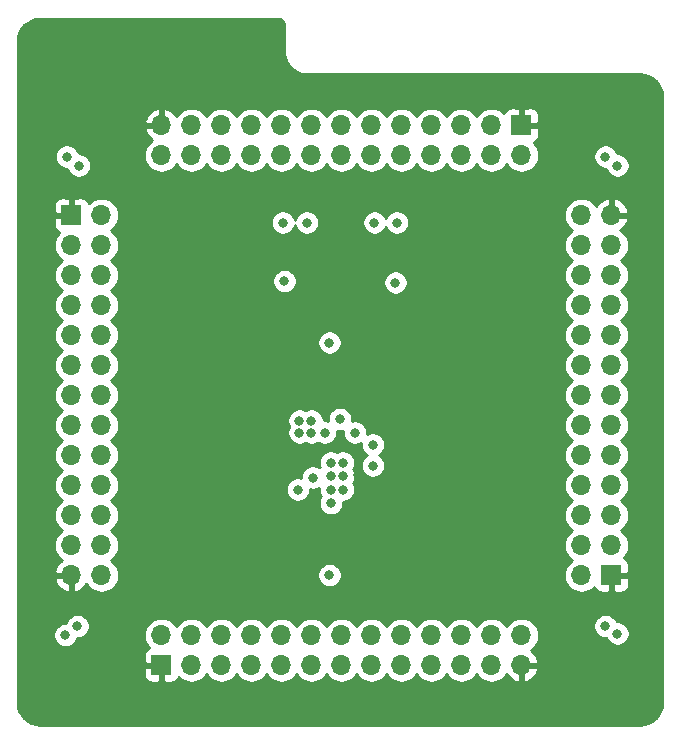
<source format=gbr>
G04 #@! TF.GenerationSoftware,KiCad,Pcbnew,(5.1.2)-2*
G04 #@! TF.CreationDate,2019-10-30T14:21:15+01:00*
G04 #@! TF.ProjectId,PIC18F67K40 MCU Card,50494331-3846-4363-974b-3430204d4355,rev?*
G04 #@! TF.SameCoordinates,Original*
G04 #@! TF.FileFunction,Copper,L3,Inr*
G04 #@! TF.FilePolarity,Positive*
%FSLAX46Y46*%
G04 Gerber Fmt 4.6, Leading zero omitted, Abs format (unit mm)*
G04 Created by KiCad (PCBNEW (5.1.2)-2) date 2019-10-30 14:21:15*
%MOMM*%
%LPD*%
G04 APERTURE LIST*
%ADD10O,1.700000X1.700000*%
%ADD11R,1.700000X1.700000*%
%ADD12C,0.800000*%
%ADD13C,0.254000*%
G04 APERTURE END LIST*
D10*
X81407000Y-156845000D03*
X83947000Y-159385000D03*
X83947000Y-133985000D03*
X81407000Y-144145000D03*
X83947000Y-156845000D03*
X81407000Y-141605000D03*
X83947000Y-154305000D03*
X83947000Y-161925000D03*
X83947000Y-139065000D03*
X81407000Y-146685000D03*
X81407000Y-154305000D03*
X81407000Y-159385000D03*
X83947000Y-144145000D03*
X81407000Y-136525000D03*
D11*
X81407000Y-133985000D03*
D10*
X83947000Y-149225000D03*
X83947000Y-164465000D03*
X81407000Y-161925000D03*
X83947000Y-136525000D03*
X81407000Y-164465000D03*
X81407000Y-151765000D03*
X81407000Y-149225000D03*
X83947000Y-141605000D03*
X81407000Y-139065000D03*
X83947000Y-151765000D03*
X83947000Y-146685000D03*
X101727000Y-169545000D03*
X106807000Y-169545000D03*
X94107000Y-172085000D03*
X96647000Y-169545000D03*
X104267000Y-172085000D03*
X106807000Y-172085000D03*
X119507000Y-172085000D03*
X91567000Y-169545000D03*
X116967000Y-172085000D03*
X119507000Y-169545000D03*
X104267000Y-169545000D03*
D11*
X89027000Y-172085000D03*
D10*
X91567000Y-172085000D03*
X99187000Y-169545000D03*
X114427000Y-172085000D03*
X109347000Y-172085000D03*
X101727000Y-172085000D03*
X94107000Y-169545000D03*
X116967000Y-169545000D03*
X109347000Y-169545000D03*
X96647000Y-172085000D03*
X111887000Y-169545000D03*
X99187000Y-172085000D03*
X89027000Y-169545000D03*
X114427000Y-169545000D03*
X111887000Y-172085000D03*
X124587000Y-151765000D03*
X124587000Y-146685000D03*
X127127000Y-159385000D03*
X124587000Y-156845000D03*
X127127000Y-149225000D03*
X127127000Y-146685000D03*
X127127000Y-133985000D03*
X124587000Y-161925000D03*
X127127000Y-136525000D03*
X124587000Y-133985000D03*
X124587000Y-149225000D03*
D11*
X127127000Y-164465000D03*
D10*
X127127000Y-161925000D03*
X124587000Y-154305000D03*
X127127000Y-139065000D03*
X127127000Y-144145000D03*
X127127000Y-151765000D03*
X124587000Y-159385000D03*
X124587000Y-136525000D03*
X124587000Y-144145000D03*
X127127000Y-156845000D03*
X124587000Y-141605000D03*
X127127000Y-154305000D03*
X124587000Y-164465000D03*
X124587000Y-139065000D03*
X127127000Y-141605000D03*
X96647000Y-126365000D03*
X94107000Y-128905000D03*
X119507000Y-128905000D03*
X109347000Y-126365000D03*
X96647000Y-128905000D03*
X111887000Y-126365000D03*
X99187000Y-128905000D03*
X91567000Y-128905000D03*
X114427000Y-128905000D03*
X106807000Y-126365000D03*
X99187000Y-126365000D03*
X94107000Y-126365000D03*
X109347000Y-128905000D03*
X116967000Y-126365000D03*
D11*
X119507000Y-126365000D03*
D10*
X104267000Y-128905000D03*
X89027000Y-128905000D03*
X91567000Y-126365000D03*
X116967000Y-128905000D03*
X89027000Y-126365000D03*
X101727000Y-126365000D03*
X104267000Y-126365000D03*
X111887000Y-128905000D03*
X114427000Y-126365000D03*
X101727000Y-128905000D03*
X106807000Y-128905000D03*
D12*
X81915000Y-172593000D03*
X127635000Y-169418000D03*
X127635000Y-172593000D03*
X127635000Y-126619000D03*
X81915000Y-168783000D03*
X126619000Y-129032000D03*
X82042000Y-129794000D03*
X82042000Y-126619000D03*
X101854000Y-154813000D03*
X105664000Y-155956000D03*
X106680000Y-158115000D03*
X107950000Y-158115000D03*
X106680000Y-156845000D03*
X107950000Y-156845000D03*
X107950000Y-151257000D03*
X107950000Y-152527000D03*
X105156000Y-144780000D03*
X106680000Y-151257000D03*
X105410000Y-158115000D03*
X81026000Y-125984000D03*
X126619000Y-125984000D03*
X126619000Y-171831000D03*
X80899000Y-171831000D03*
X105029000Y-164465000D03*
X104394000Y-156083000D03*
X104394000Y-154940000D03*
X101727000Y-152400000D03*
X101727000Y-151384000D03*
X103378000Y-154940000D03*
X103378000Y-156083000D03*
X103378000Y-157226000D03*
X103378000Y-158369000D03*
X100711000Y-151384000D03*
X100711000Y-152400000D03*
X81026000Y-129032000D03*
X127635000Y-129794000D03*
X126619000Y-168783000D03*
X80899000Y-169545000D03*
X104394000Y-157226000D03*
X102870000Y-152400000D03*
X107061000Y-134620000D03*
X101346000Y-134620000D03*
X103251000Y-144780000D03*
X103251000Y-164465000D03*
X104140000Y-151257000D03*
X99441000Y-139573000D03*
X99314000Y-134620000D03*
X105410000Y-152400000D03*
X108966000Y-134620000D03*
X108839000Y-139700000D03*
X106934000Y-155194000D03*
X106934000Y-153416000D03*
X101854000Y-156210000D03*
X100584000Y-157226000D03*
D13*
G36*
X98923869Y-117387722D02*
G01*
X99037246Y-117421953D01*
X99141819Y-117477555D01*
X99233596Y-117552407D01*
X99309091Y-117643664D01*
X99365419Y-117747844D01*
X99400440Y-117860976D01*
X99416000Y-118009022D01*
X99416001Y-120174419D01*
X99418802Y-120202855D01*
X99418747Y-120210682D01*
X99419646Y-120219853D01*
X99445554Y-120466357D01*
X99457589Y-120524986D01*
X99468792Y-120583716D01*
X99471456Y-120592538D01*
X99544751Y-120829314D01*
X99567931Y-120884457D01*
X99590339Y-120939920D01*
X99594665Y-120948054D01*
X99594667Y-120948059D01*
X99594670Y-120948064D01*
X99712553Y-121166086D01*
X99745988Y-121215654D01*
X99778759Y-121265735D01*
X99784584Y-121272876D01*
X99942577Y-121463856D01*
X99985012Y-121505995D01*
X100026875Y-121548745D01*
X100033976Y-121554618D01*
X100226053Y-121711273D01*
X100275875Y-121744374D01*
X100325237Y-121778173D01*
X100333343Y-121782556D01*
X100552191Y-121898919D01*
X100607479Y-121921707D01*
X100662475Y-121945279D01*
X100671278Y-121948003D01*
X100908559Y-122019643D01*
X100967246Y-122031264D01*
X101025752Y-122043700D01*
X101034915Y-122044663D01*
X101034917Y-122044663D01*
X101281595Y-122068850D01*
X101281598Y-122068850D01*
X101313581Y-122072000D01*
X129507721Y-122072000D01*
X129904545Y-122110909D01*
X130255208Y-122216780D01*
X130578625Y-122388744D01*
X130862484Y-122620254D01*
X131095965Y-122902486D01*
X131270183Y-123224695D01*
X131378502Y-123574614D01*
X131420001Y-123969452D01*
X131420000Y-175227721D01*
X131381091Y-175624545D01*
X131275220Y-175975206D01*
X131103257Y-176298623D01*
X130871748Y-176582482D01*
X130589514Y-176815965D01*
X130267304Y-176990184D01*
X129917385Y-177098502D01*
X129522557Y-177140000D01*
X78772279Y-177140000D01*
X78375455Y-177101091D01*
X78024794Y-176995220D01*
X77701377Y-176823257D01*
X77417518Y-176591748D01*
X77184035Y-176309514D01*
X77009816Y-175987304D01*
X76901498Y-175637385D01*
X76860000Y-175242557D01*
X76860000Y-172935000D01*
X87538928Y-172935000D01*
X87551188Y-173059482D01*
X87587498Y-173179180D01*
X87646463Y-173289494D01*
X87725815Y-173386185D01*
X87822506Y-173465537D01*
X87932820Y-173524502D01*
X88052518Y-173560812D01*
X88177000Y-173573072D01*
X88741250Y-173570000D01*
X88900000Y-173411250D01*
X88900000Y-172212000D01*
X87700750Y-172212000D01*
X87542000Y-172370750D01*
X87538928Y-172935000D01*
X76860000Y-172935000D01*
X76860000Y-169443061D01*
X79864000Y-169443061D01*
X79864000Y-169646939D01*
X79903774Y-169846898D01*
X79981795Y-170035256D01*
X80095063Y-170204774D01*
X80239226Y-170348937D01*
X80408744Y-170462205D01*
X80597102Y-170540226D01*
X80797061Y-170580000D01*
X81000939Y-170580000D01*
X81200898Y-170540226D01*
X81389256Y-170462205D01*
X81558774Y-170348937D01*
X81702937Y-170204774D01*
X81816205Y-170035256D01*
X81894226Y-169846898D01*
X81899974Y-169818000D01*
X82016939Y-169818000D01*
X82216898Y-169778226D01*
X82405256Y-169700205D01*
X82574774Y-169586937D01*
X82616711Y-169545000D01*
X87534815Y-169545000D01*
X87563487Y-169836111D01*
X87648401Y-170116034D01*
X87786294Y-170374014D01*
X87971866Y-170600134D01*
X88001687Y-170624607D01*
X87932820Y-170645498D01*
X87822506Y-170704463D01*
X87725815Y-170783815D01*
X87646463Y-170880506D01*
X87587498Y-170990820D01*
X87551188Y-171110518D01*
X87538928Y-171235000D01*
X87542000Y-171799250D01*
X87700750Y-171958000D01*
X88900000Y-171958000D01*
X88900000Y-171938000D01*
X89154000Y-171938000D01*
X89154000Y-171958000D01*
X89174000Y-171958000D01*
X89174000Y-172212000D01*
X89154000Y-172212000D01*
X89154000Y-173411250D01*
X89312750Y-173570000D01*
X89877000Y-173573072D01*
X90001482Y-173560812D01*
X90121180Y-173524502D01*
X90231494Y-173465537D01*
X90328185Y-173386185D01*
X90407537Y-173289494D01*
X90466502Y-173179180D01*
X90487393Y-173110313D01*
X90511866Y-173140134D01*
X90737986Y-173325706D01*
X90995966Y-173463599D01*
X91275889Y-173548513D01*
X91494050Y-173570000D01*
X91639950Y-173570000D01*
X91858111Y-173548513D01*
X92138034Y-173463599D01*
X92396014Y-173325706D01*
X92622134Y-173140134D01*
X92807706Y-172914014D01*
X92837000Y-172859209D01*
X92866294Y-172914014D01*
X93051866Y-173140134D01*
X93277986Y-173325706D01*
X93535966Y-173463599D01*
X93815889Y-173548513D01*
X94034050Y-173570000D01*
X94179950Y-173570000D01*
X94398111Y-173548513D01*
X94678034Y-173463599D01*
X94936014Y-173325706D01*
X95162134Y-173140134D01*
X95347706Y-172914014D01*
X95377000Y-172859209D01*
X95406294Y-172914014D01*
X95591866Y-173140134D01*
X95817986Y-173325706D01*
X96075966Y-173463599D01*
X96355889Y-173548513D01*
X96574050Y-173570000D01*
X96719950Y-173570000D01*
X96938111Y-173548513D01*
X97218034Y-173463599D01*
X97476014Y-173325706D01*
X97702134Y-173140134D01*
X97887706Y-172914014D01*
X97917000Y-172859209D01*
X97946294Y-172914014D01*
X98131866Y-173140134D01*
X98357986Y-173325706D01*
X98615966Y-173463599D01*
X98895889Y-173548513D01*
X99114050Y-173570000D01*
X99259950Y-173570000D01*
X99478111Y-173548513D01*
X99758034Y-173463599D01*
X100016014Y-173325706D01*
X100242134Y-173140134D01*
X100427706Y-172914014D01*
X100457000Y-172859209D01*
X100486294Y-172914014D01*
X100671866Y-173140134D01*
X100897986Y-173325706D01*
X101155966Y-173463599D01*
X101435889Y-173548513D01*
X101654050Y-173570000D01*
X101799950Y-173570000D01*
X102018111Y-173548513D01*
X102298034Y-173463599D01*
X102556014Y-173325706D01*
X102782134Y-173140134D01*
X102967706Y-172914014D01*
X102997000Y-172859209D01*
X103026294Y-172914014D01*
X103211866Y-173140134D01*
X103437986Y-173325706D01*
X103695966Y-173463599D01*
X103975889Y-173548513D01*
X104194050Y-173570000D01*
X104339950Y-173570000D01*
X104558111Y-173548513D01*
X104838034Y-173463599D01*
X105096014Y-173325706D01*
X105322134Y-173140134D01*
X105507706Y-172914014D01*
X105537000Y-172859209D01*
X105566294Y-172914014D01*
X105751866Y-173140134D01*
X105977986Y-173325706D01*
X106235966Y-173463599D01*
X106515889Y-173548513D01*
X106734050Y-173570000D01*
X106879950Y-173570000D01*
X107098111Y-173548513D01*
X107378034Y-173463599D01*
X107636014Y-173325706D01*
X107862134Y-173140134D01*
X108047706Y-172914014D01*
X108077000Y-172859209D01*
X108106294Y-172914014D01*
X108291866Y-173140134D01*
X108517986Y-173325706D01*
X108775966Y-173463599D01*
X109055889Y-173548513D01*
X109274050Y-173570000D01*
X109419950Y-173570000D01*
X109638111Y-173548513D01*
X109918034Y-173463599D01*
X110176014Y-173325706D01*
X110402134Y-173140134D01*
X110587706Y-172914014D01*
X110617000Y-172859209D01*
X110646294Y-172914014D01*
X110831866Y-173140134D01*
X111057986Y-173325706D01*
X111315966Y-173463599D01*
X111595889Y-173548513D01*
X111814050Y-173570000D01*
X111959950Y-173570000D01*
X112178111Y-173548513D01*
X112458034Y-173463599D01*
X112716014Y-173325706D01*
X112942134Y-173140134D01*
X113127706Y-172914014D01*
X113157000Y-172859209D01*
X113186294Y-172914014D01*
X113371866Y-173140134D01*
X113597986Y-173325706D01*
X113855966Y-173463599D01*
X114135889Y-173548513D01*
X114354050Y-173570000D01*
X114499950Y-173570000D01*
X114718111Y-173548513D01*
X114998034Y-173463599D01*
X115256014Y-173325706D01*
X115482134Y-173140134D01*
X115667706Y-172914014D01*
X115697000Y-172859209D01*
X115726294Y-172914014D01*
X115911866Y-173140134D01*
X116137986Y-173325706D01*
X116395966Y-173463599D01*
X116675889Y-173548513D01*
X116894050Y-173570000D01*
X117039950Y-173570000D01*
X117258111Y-173548513D01*
X117538034Y-173463599D01*
X117796014Y-173325706D01*
X118022134Y-173140134D01*
X118207706Y-172914014D01*
X118242201Y-172849477D01*
X118311822Y-172966355D01*
X118506731Y-173182588D01*
X118740080Y-173356641D01*
X119002901Y-173481825D01*
X119150110Y-173526476D01*
X119380000Y-173405155D01*
X119380000Y-172212000D01*
X119634000Y-172212000D01*
X119634000Y-173405155D01*
X119863890Y-173526476D01*
X120011099Y-173481825D01*
X120273920Y-173356641D01*
X120507269Y-173182588D01*
X120702178Y-172966355D01*
X120851157Y-172716252D01*
X120948481Y-172441891D01*
X120827814Y-172212000D01*
X119634000Y-172212000D01*
X119380000Y-172212000D01*
X119360000Y-172212000D01*
X119360000Y-171958000D01*
X119380000Y-171958000D01*
X119380000Y-171938000D01*
X119634000Y-171938000D01*
X119634000Y-171958000D01*
X120827814Y-171958000D01*
X120948481Y-171728109D01*
X120851157Y-171453748D01*
X120702178Y-171203645D01*
X120507269Y-170987412D01*
X120278244Y-170816584D01*
X120336014Y-170785706D01*
X120562134Y-170600134D01*
X120747706Y-170374014D01*
X120885599Y-170116034D01*
X120970513Y-169836111D01*
X120999185Y-169545000D01*
X120970513Y-169253889D01*
X120885599Y-168973966D01*
X120747706Y-168715986D01*
X120719044Y-168681061D01*
X125584000Y-168681061D01*
X125584000Y-168884939D01*
X125623774Y-169084898D01*
X125701795Y-169273256D01*
X125815063Y-169442774D01*
X125959226Y-169586937D01*
X126128744Y-169700205D01*
X126317102Y-169778226D01*
X126517061Y-169818000D01*
X126680409Y-169818000D01*
X126717795Y-169908256D01*
X126831063Y-170077774D01*
X126975226Y-170221937D01*
X127144744Y-170335205D01*
X127333102Y-170413226D01*
X127533061Y-170453000D01*
X127736939Y-170453000D01*
X127936898Y-170413226D01*
X128125256Y-170335205D01*
X128294774Y-170221937D01*
X128438937Y-170077774D01*
X128552205Y-169908256D01*
X128630226Y-169719898D01*
X128670000Y-169519939D01*
X128670000Y-169316061D01*
X128630226Y-169116102D01*
X128552205Y-168927744D01*
X128438937Y-168758226D01*
X128294774Y-168614063D01*
X128125256Y-168500795D01*
X127936898Y-168422774D01*
X127736939Y-168383000D01*
X127573591Y-168383000D01*
X127536205Y-168292744D01*
X127422937Y-168123226D01*
X127278774Y-167979063D01*
X127109256Y-167865795D01*
X126920898Y-167787774D01*
X126720939Y-167748000D01*
X126517061Y-167748000D01*
X126317102Y-167787774D01*
X126128744Y-167865795D01*
X125959226Y-167979063D01*
X125815063Y-168123226D01*
X125701795Y-168292744D01*
X125623774Y-168481102D01*
X125584000Y-168681061D01*
X120719044Y-168681061D01*
X120562134Y-168489866D01*
X120336014Y-168304294D01*
X120078034Y-168166401D01*
X119798111Y-168081487D01*
X119579950Y-168060000D01*
X119434050Y-168060000D01*
X119215889Y-168081487D01*
X118935966Y-168166401D01*
X118677986Y-168304294D01*
X118451866Y-168489866D01*
X118266294Y-168715986D01*
X118237000Y-168770791D01*
X118207706Y-168715986D01*
X118022134Y-168489866D01*
X117796014Y-168304294D01*
X117538034Y-168166401D01*
X117258111Y-168081487D01*
X117039950Y-168060000D01*
X116894050Y-168060000D01*
X116675889Y-168081487D01*
X116395966Y-168166401D01*
X116137986Y-168304294D01*
X115911866Y-168489866D01*
X115726294Y-168715986D01*
X115697000Y-168770791D01*
X115667706Y-168715986D01*
X115482134Y-168489866D01*
X115256014Y-168304294D01*
X114998034Y-168166401D01*
X114718111Y-168081487D01*
X114499950Y-168060000D01*
X114354050Y-168060000D01*
X114135889Y-168081487D01*
X113855966Y-168166401D01*
X113597986Y-168304294D01*
X113371866Y-168489866D01*
X113186294Y-168715986D01*
X113157000Y-168770791D01*
X113127706Y-168715986D01*
X112942134Y-168489866D01*
X112716014Y-168304294D01*
X112458034Y-168166401D01*
X112178111Y-168081487D01*
X111959950Y-168060000D01*
X111814050Y-168060000D01*
X111595889Y-168081487D01*
X111315966Y-168166401D01*
X111057986Y-168304294D01*
X110831866Y-168489866D01*
X110646294Y-168715986D01*
X110617000Y-168770791D01*
X110587706Y-168715986D01*
X110402134Y-168489866D01*
X110176014Y-168304294D01*
X109918034Y-168166401D01*
X109638111Y-168081487D01*
X109419950Y-168060000D01*
X109274050Y-168060000D01*
X109055889Y-168081487D01*
X108775966Y-168166401D01*
X108517986Y-168304294D01*
X108291866Y-168489866D01*
X108106294Y-168715986D01*
X108077000Y-168770791D01*
X108047706Y-168715986D01*
X107862134Y-168489866D01*
X107636014Y-168304294D01*
X107378034Y-168166401D01*
X107098111Y-168081487D01*
X106879950Y-168060000D01*
X106734050Y-168060000D01*
X106515889Y-168081487D01*
X106235966Y-168166401D01*
X105977986Y-168304294D01*
X105751866Y-168489866D01*
X105566294Y-168715986D01*
X105537000Y-168770791D01*
X105507706Y-168715986D01*
X105322134Y-168489866D01*
X105096014Y-168304294D01*
X104838034Y-168166401D01*
X104558111Y-168081487D01*
X104339950Y-168060000D01*
X104194050Y-168060000D01*
X103975889Y-168081487D01*
X103695966Y-168166401D01*
X103437986Y-168304294D01*
X103211866Y-168489866D01*
X103026294Y-168715986D01*
X102997000Y-168770791D01*
X102967706Y-168715986D01*
X102782134Y-168489866D01*
X102556014Y-168304294D01*
X102298034Y-168166401D01*
X102018111Y-168081487D01*
X101799950Y-168060000D01*
X101654050Y-168060000D01*
X101435889Y-168081487D01*
X101155966Y-168166401D01*
X100897986Y-168304294D01*
X100671866Y-168489866D01*
X100486294Y-168715986D01*
X100457000Y-168770791D01*
X100427706Y-168715986D01*
X100242134Y-168489866D01*
X100016014Y-168304294D01*
X99758034Y-168166401D01*
X99478111Y-168081487D01*
X99259950Y-168060000D01*
X99114050Y-168060000D01*
X98895889Y-168081487D01*
X98615966Y-168166401D01*
X98357986Y-168304294D01*
X98131866Y-168489866D01*
X97946294Y-168715986D01*
X97917000Y-168770791D01*
X97887706Y-168715986D01*
X97702134Y-168489866D01*
X97476014Y-168304294D01*
X97218034Y-168166401D01*
X96938111Y-168081487D01*
X96719950Y-168060000D01*
X96574050Y-168060000D01*
X96355889Y-168081487D01*
X96075966Y-168166401D01*
X95817986Y-168304294D01*
X95591866Y-168489866D01*
X95406294Y-168715986D01*
X95377000Y-168770791D01*
X95347706Y-168715986D01*
X95162134Y-168489866D01*
X94936014Y-168304294D01*
X94678034Y-168166401D01*
X94398111Y-168081487D01*
X94179950Y-168060000D01*
X94034050Y-168060000D01*
X93815889Y-168081487D01*
X93535966Y-168166401D01*
X93277986Y-168304294D01*
X93051866Y-168489866D01*
X92866294Y-168715986D01*
X92837000Y-168770791D01*
X92807706Y-168715986D01*
X92622134Y-168489866D01*
X92396014Y-168304294D01*
X92138034Y-168166401D01*
X91858111Y-168081487D01*
X91639950Y-168060000D01*
X91494050Y-168060000D01*
X91275889Y-168081487D01*
X90995966Y-168166401D01*
X90737986Y-168304294D01*
X90511866Y-168489866D01*
X90326294Y-168715986D01*
X90297000Y-168770791D01*
X90267706Y-168715986D01*
X90082134Y-168489866D01*
X89856014Y-168304294D01*
X89598034Y-168166401D01*
X89318111Y-168081487D01*
X89099950Y-168060000D01*
X88954050Y-168060000D01*
X88735889Y-168081487D01*
X88455966Y-168166401D01*
X88197986Y-168304294D01*
X87971866Y-168489866D01*
X87786294Y-168715986D01*
X87648401Y-168973966D01*
X87563487Y-169253889D01*
X87534815Y-169545000D01*
X82616711Y-169545000D01*
X82718937Y-169442774D01*
X82832205Y-169273256D01*
X82910226Y-169084898D01*
X82950000Y-168884939D01*
X82950000Y-168681061D01*
X82910226Y-168481102D01*
X82832205Y-168292744D01*
X82718937Y-168123226D01*
X82574774Y-167979063D01*
X82405256Y-167865795D01*
X82216898Y-167787774D01*
X82016939Y-167748000D01*
X81813061Y-167748000D01*
X81613102Y-167787774D01*
X81424744Y-167865795D01*
X81255226Y-167979063D01*
X81111063Y-168123226D01*
X80997795Y-168292744D01*
X80919774Y-168481102D01*
X80914026Y-168510000D01*
X80797061Y-168510000D01*
X80597102Y-168549774D01*
X80408744Y-168627795D01*
X80239226Y-168741063D01*
X80095063Y-168885226D01*
X79981795Y-169054744D01*
X79903774Y-169243102D01*
X79864000Y-169443061D01*
X76860000Y-169443061D01*
X76860000Y-164821890D01*
X79965524Y-164821890D01*
X80010175Y-164969099D01*
X80135359Y-165231920D01*
X80309412Y-165465269D01*
X80525645Y-165660178D01*
X80775748Y-165809157D01*
X81050109Y-165906481D01*
X81280000Y-165785814D01*
X81280000Y-164592000D01*
X80086845Y-164592000D01*
X79965524Y-164821890D01*
X76860000Y-164821890D01*
X76860000Y-136525000D01*
X79914815Y-136525000D01*
X79943487Y-136816111D01*
X80028401Y-137096034D01*
X80166294Y-137354014D01*
X80351866Y-137580134D01*
X80577986Y-137765706D01*
X80632791Y-137795000D01*
X80577986Y-137824294D01*
X80351866Y-138009866D01*
X80166294Y-138235986D01*
X80028401Y-138493966D01*
X79943487Y-138773889D01*
X79914815Y-139065000D01*
X79943487Y-139356111D01*
X80028401Y-139636034D01*
X80166294Y-139894014D01*
X80351866Y-140120134D01*
X80577986Y-140305706D01*
X80632791Y-140335000D01*
X80577986Y-140364294D01*
X80351866Y-140549866D01*
X80166294Y-140775986D01*
X80028401Y-141033966D01*
X79943487Y-141313889D01*
X79914815Y-141605000D01*
X79943487Y-141896111D01*
X80028401Y-142176034D01*
X80166294Y-142434014D01*
X80351866Y-142660134D01*
X80577986Y-142845706D01*
X80632791Y-142875000D01*
X80577986Y-142904294D01*
X80351866Y-143089866D01*
X80166294Y-143315986D01*
X80028401Y-143573966D01*
X79943487Y-143853889D01*
X79914815Y-144145000D01*
X79943487Y-144436111D01*
X80028401Y-144716034D01*
X80166294Y-144974014D01*
X80351866Y-145200134D01*
X80577986Y-145385706D01*
X80632791Y-145415000D01*
X80577986Y-145444294D01*
X80351866Y-145629866D01*
X80166294Y-145855986D01*
X80028401Y-146113966D01*
X79943487Y-146393889D01*
X79914815Y-146685000D01*
X79943487Y-146976111D01*
X80028401Y-147256034D01*
X80166294Y-147514014D01*
X80351866Y-147740134D01*
X80577986Y-147925706D01*
X80632791Y-147955000D01*
X80577986Y-147984294D01*
X80351866Y-148169866D01*
X80166294Y-148395986D01*
X80028401Y-148653966D01*
X79943487Y-148933889D01*
X79914815Y-149225000D01*
X79943487Y-149516111D01*
X80028401Y-149796034D01*
X80166294Y-150054014D01*
X80351866Y-150280134D01*
X80577986Y-150465706D01*
X80632791Y-150495000D01*
X80577986Y-150524294D01*
X80351866Y-150709866D01*
X80166294Y-150935986D01*
X80028401Y-151193966D01*
X79943487Y-151473889D01*
X79914815Y-151765000D01*
X79943487Y-152056111D01*
X80028401Y-152336034D01*
X80166294Y-152594014D01*
X80351866Y-152820134D01*
X80577986Y-153005706D01*
X80632791Y-153035000D01*
X80577986Y-153064294D01*
X80351866Y-153249866D01*
X80166294Y-153475986D01*
X80028401Y-153733966D01*
X79943487Y-154013889D01*
X79914815Y-154305000D01*
X79943487Y-154596111D01*
X80028401Y-154876034D01*
X80166294Y-155134014D01*
X80351866Y-155360134D01*
X80577986Y-155545706D01*
X80632791Y-155575000D01*
X80577986Y-155604294D01*
X80351866Y-155789866D01*
X80166294Y-156015986D01*
X80028401Y-156273966D01*
X79943487Y-156553889D01*
X79914815Y-156845000D01*
X79943487Y-157136111D01*
X80028401Y-157416034D01*
X80166294Y-157674014D01*
X80351866Y-157900134D01*
X80577986Y-158085706D01*
X80632791Y-158115000D01*
X80577986Y-158144294D01*
X80351866Y-158329866D01*
X80166294Y-158555986D01*
X80028401Y-158813966D01*
X79943487Y-159093889D01*
X79914815Y-159385000D01*
X79943487Y-159676111D01*
X80028401Y-159956034D01*
X80166294Y-160214014D01*
X80351866Y-160440134D01*
X80577986Y-160625706D01*
X80632791Y-160655000D01*
X80577986Y-160684294D01*
X80351866Y-160869866D01*
X80166294Y-161095986D01*
X80028401Y-161353966D01*
X79943487Y-161633889D01*
X79914815Y-161925000D01*
X79943487Y-162216111D01*
X80028401Y-162496034D01*
X80166294Y-162754014D01*
X80351866Y-162980134D01*
X80577986Y-163165706D01*
X80642523Y-163200201D01*
X80525645Y-163269822D01*
X80309412Y-163464731D01*
X80135359Y-163698080D01*
X80010175Y-163960901D01*
X79965524Y-164108110D01*
X80086845Y-164338000D01*
X81280000Y-164338000D01*
X81280000Y-164318000D01*
X81534000Y-164318000D01*
X81534000Y-164338000D01*
X81554000Y-164338000D01*
X81554000Y-164592000D01*
X81534000Y-164592000D01*
X81534000Y-165785814D01*
X81763891Y-165906481D01*
X82038252Y-165809157D01*
X82288355Y-165660178D01*
X82504588Y-165465269D01*
X82675416Y-165236244D01*
X82706294Y-165294014D01*
X82891866Y-165520134D01*
X83117986Y-165705706D01*
X83375966Y-165843599D01*
X83655889Y-165928513D01*
X83874050Y-165950000D01*
X84019950Y-165950000D01*
X84238111Y-165928513D01*
X84518034Y-165843599D01*
X84776014Y-165705706D01*
X85002134Y-165520134D01*
X85187706Y-165294014D01*
X85325599Y-165036034D01*
X85410513Y-164756111D01*
X85439185Y-164465000D01*
X85429145Y-164363061D01*
X102216000Y-164363061D01*
X102216000Y-164566939D01*
X102255774Y-164766898D01*
X102333795Y-164955256D01*
X102447063Y-165124774D01*
X102591226Y-165268937D01*
X102760744Y-165382205D01*
X102949102Y-165460226D01*
X103149061Y-165500000D01*
X103352939Y-165500000D01*
X103552898Y-165460226D01*
X103741256Y-165382205D01*
X103910774Y-165268937D01*
X104054937Y-165124774D01*
X104168205Y-164955256D01*
X104246226Y-164766898D01*
X104286000Y-164566939D01*
X104286000Y-164363061D01*
X104246226Y-164163102D01*
X104168205Y-163974744D01*
X104054937Y-163805226D01*
X103910774Y-163661063D01*
X103741256Y-163547795D01*
X103552898Y-163469774D01*
X103352939Y-163430000D01*
X103149061Y-163430000D01*
X102949102Y-163469774D01*
X102760744Y-163547795D01*
X102591226Y-163661063D01*
X102447063Y-163805226D01*
X102333795Y-163974744D01*
X102255774Y-164163102D01*
X102216000Y-164363061D01*
X85429145Y-164363061D01*
X85410513Y-164173889D01*
X85325599Y-163893966D01*
X85187706Y-163635986D01*
X85002134Y-163409866D01*
X84776014Y-163224294D01*
X84721209Y-163195000D01*
X84776014Y-163165706D01*
X85002134Y-162980134D01*
X85187706Y-162754014D01*
X85325599Y-162496034D01*
X85410513Y-162216111D01*
X85439185Y-161925000D01*
X85410513Y-161633889D01*
X85325599Y-161353966D01*
X85187706Y-161095986D01*
X85002134Y-160869866D01*
X84776014Y-160684294D01*
X84721209Y-160655000D01*
X84776014Y-160625706D01*
X85002134Y-160440134D01*
X85187706Y-160214014D01*
X85325599Y-159956034D01*
X85410513Y-159676111D01*
X85439185Y-159385000D01*
X85410513Y-159093889D01*
X85325599Y-158813966D01*
X85187706Y-158555986D01*
X85002134Y-158329866D01*
X84776014Y-158144294D01*
X84721209Y-158115000D01*
X84776014Y-158085706D01*
X85002134Y-157900134D01*
X85187706Y-157674014D01*
X85325599Y-157416034D01*
X85410513Y-157136111D01*
X85411699Y-157124061D01*
X99549000Y-157124061D01*
X99549000Y-157327939D01*
X99588774Y-157527898D01*
X99666795Y-157716256D01*
X99780063Y-157885774D01*
X99924226Y-158029937D01*
X100093744Y-158143205D01*
X100282102Y-158221226D01*
X100482061Y-158261000D01*
X100685939Y-158261000D01*
X100885898Y-158221226D01*
X101074256Y-158143205D01*
X101243774Y-158029937D01*
X101387937Y-157885774D01*
X101501205Y-157716256D01*
X101579226Y-157527898D01*
X101619000Y-157327939D01*
X101619000Y-157218533D01*
X101752061Y-157245000D01*
X101955939Y-157245000D01*
X102155898Y-157205226D01*
X102343000Y-157127725D01*
X102343000Y-157327939D01*
X102382774Y-157527898D01*
X102460795Y-157716256D01*
X102515080Y-157797500D01*
X102460795Y-157878744D01*
X102382774Y-158067102D01*
X102343000Y-158267061D01*
X102343000Y-158470939D01*
X102382774Y-158670898D01*
X102460795Y-158859256D01*
X102574063Y-159028774D01*
X102718226Y-159172937D01*
X102887744Y-159286205D01*
X103076102Y-159364226D01*
X103276061Y-159404000D01*
X103479939Y-159404000D01*
X103679898Y-159364226D01*
X103868256Y-159286205D01*
X104037774Y-159172937D01*
X104181937Y-159028774D01*
X104295205Y-158859256D01*
X104373226Y-158670898D01*
X104413000Y-158470939D01*
X104413000Y-158267061D01*
X104411794Y-158261000D01*
X104495939Y-158261000D01*
X104695898Y-158221226D01*
X104884256Y-158143205D01*
X105053774Y-158029937D01*
X105197937Y-157885774D01*
X105311205Y-157716256D01*
X105389226Y-157527898D01*
X105429000Y-157327939D01*
X105429000Y-157124061D01*
X105389226Y-156924102D01*
X105311205Y-156735744D01*
X105256920Y-156654500D01*
X105311205Y-156573256D01*
X105389226Y-156384898D01*
X105429000Y-156184939D01*
X105429000Y-155981061D01*
X105389226Y-155781102D01*
X105311205Y-155592744D01*
X105256920Y-155511500D01*
X105311205Y-155430256D01*
X105389226Y-155241898D01*
X105429000Y-155041939D01*
X105429000Y-154838061D01*
X105389226Y-154638102D01*
X105311205Y-154449744D01*
X105197937Y-154280226D01*
X105053774Y-154136063D01*
X104884256Y-154022795D01*
X104695898Y-153944774D01*
X104495939Y-153905000D01*
X104292061Y-153905000D01*
X104092102Y-153944774D01*
X103903744Y-154022795D01*
X103886000Y-154034651D01*
X103868256Y-154022795D01*
X103679898Y-153944774D01*
X103479939Y-153905000D01*
X103276061Y-153905000D01*
X103076102Y-153944774D01*
X102887744Y-154022795D01*
X102718226Y-154136063D01*
X102574063Y-154280226D01*
X102460795Y-154449744D01*
X102382774Y-154638102D01*
X102343000Y-154838061D01*
X102343000Y-155041939D01*
X102382774Y-155241898D01*
X102426665Y-155347859D01*
X102344256Y-155292795D01*
X102155898Y-155214774D01*
X101955939Y-155175000D01*
X101752061Y-155175000D01*
X101552102Y-155214774D01*
X101363744Y-155292795D01*
X101194226Y-155406063D01*
X101050063Y-155550226D01*
X100936795Y-155719744D01*
X100858774Y-155908102D01*
X100819000Y-156108061D01*
X100819000Y-156217467D01*
X100685939Y-156191000D01*
X100482061Y-156191000D01*
X100282102Y-156230774D01*
X100093744Y-156308795D01*
X99924226Y-156422063D01*
X99780063Y-156566226D01*
X99666795Y-156735744D01*
X99588774Y-156924102D01*
X99549000Y-157124061D01*
X85411699Y-157124061D01*
X85439185Y-156845000D01*
X85410513Y-156553889D01*
X85325599Y-156273966D01*
X85187706Y-156015986D01*
X85002134Y-155789866D01*
X84776014Y-155604294D01*
X84721209Y-155575000D01*
X84776014Y-155545706D01*
X85002134Y-155360134D01*
X85187706Y-155134014D01*
X85325599Y-154876034D01*
X85410513Y-154596111D01*
X85439185Y-154305000D01*
X85410513Y-154013889D01*
X85325599Y-153733966D01*
X85187706Y-153475986D01*
X85002134Y-153249866D01*
X84776014Y-153064294D01*
X84721209Y-153035000D01*
X84776014Y-153005706D01*
X85002134Y-152820134D01*
X85187706Y-152594014D01*
X85325599Y-152336034D01*
X85410513Y-152056111D01*
X85439185Y-151765000D01*
X85410513Y-151473889D01*
X85352323Y-151282061D01*
X99676000Y-151282061D01*
X99676000Y-151485939D01*
X99715774Y-151685898D01*
X99793795Y-151874256D01*
X99805651Y-151892000D01*
X99793795Y-151909744D01*
X99715774Y-152098102D01*
X99676000Y-152298061D01*
X99676000Y-152501939D01*
X99715774Y-152701898D01*
X99793795Y-152890256D01*
X99907063Y-153059774D01*
X100051226Y-153203937D01*
X100220744Y-153317205D01*
X100409102Y-153395226D01*
X100609061Y-153435000D01*
X100812939Y-153435000D01*
X101012898Y-153395226D01*
X101201256Y-153317205D01*
X101219000Y-153305349D01*
X101236744Y-153317205D01*
X101425102Y-153395226D01*
X101625061Y-153435000D01*
X101828939Y-153435000D01*
X102028898Y-153395226D01*
X102217256Y-153317205D01*
X102298500Y-153262920D01*
X102379744Y-153317205D01*
X102568102Y-153395226D01*
X102768061Y-153435000D01*
X102971939Y-153435000D01*
X103171898Y-153395226D01*
X103360256Y-153317205D01*
X103529774Y-153203937D01*
X103673937Y-153059774D01*
X103787205Y-152890256D01*
X103865226Y-152701898D01*
X103905000Y-152501939D01*
X103905000Y-152298061D01*
X103898263Y-152264193D01*
X104038061Y-152292000D01*
X104241939Y-152292000D01*
X104381737Y-152264193D01*
X104375000Y-152298061D01*
X104375000Y-152501939D01*
X104414774Y-152701898D01*
X104492795Y-152890256D01*
X104606063Y-153059774D01*
X104750226Y-153203937D01*
X104919744Y-153317205D01*
X105108102Y-153395226D01*
X105308061Y-153435000D01*
X105511939Y-153435000D01*
X105711898Y-153395226D01*
X105899000Y-153317725D01*
X105899000Y-153517939D01*
X105938774Y-153717898D01*
X106016795Y-153906256D01*
X106130063Y-154075774D01*
X106274226Y-154219937D01*
X106401532Y-154305000D01*
X106274226Y-154390063D01*
X106130063Y-154534226D01*
X106016795Y-154703744D01*
X105938774Y-154892102D01*
X105899000Y-155092061D01*
X105899000Y-155295939D01*
X105938774Y-155495898D01*
X106016795Y-155684256D01*
X106130063Y-155853774D01*
X106274226Y-155997937D01*
X106443744Y-156111205D01*
X106632102Y-156189226D01*
X106832061Y-156229000D01*
X107035939Y-156229000D01*
X107235898Y-156189226D01*
X107424256Y-156111205D01*
X107593774Y-155997937D01*
X107737937Y-155853774D01*
X107851205Y-155684256D01*
X107929226Y-155495898D01*
X107969000Y-155295939D01*
X107969000Y-155092061D01*
X107929226Y-154892102D01*
X107851205Y-154703744D01*
X107737937Y-154534226D01*
X107593774Y-154390063D01*
X107466468Y-154305000D01*
X107593774Y-154219937D01*
X107737937Y-154075774D01*
X107851205Y-153906256D01*
X107929226Y-153717898D01*
X107969000Y-153517939D01*
X107969000Y-153314061D01*
X107929226Y-153114102D01*
X107851205Y-152925744D01*
X107737937Y-152756226D01*
X107593774Y-152612063D01*
X107424256Y-152498795D01*
X107235898Y-152420774D01*
X107035939Y-152381000D01*
X106832061Y-152381000D01*
X106632102Y-152420774D01*
X106445000Y-152498275D01*
X106445000Y-152298061D01*
X106405226Y-152098102D01*
X106327205Y-151909744D01*
X106213937Y-151740226D01*
X106069774Y-151596063D01*
X105900256Y-151482795D01*
X105711898Y-151404774D01*
X105511939Y-151365000D01*
X105308061Y-151365000D01*
X105168263Y-151392807D01*
X105175000Y-151358939D01*
X105175000Y-151155061D01*
X105135226Y-150955102D01*
X105057205Y-150766744D01*
X104943937Y-150597226D01*
X104799774Y-150453063D01*
X104630256Y-150339795D01*
X104441898Y-150261774D01*
X104241939Y-150222000D01*
X104038061Y-150222000D01*
X103838102Y-150261774D01*
X103649744Y-150339795D01*
X103480226Y-150453063D01*
X103336063Y-150597226D01*
X103222795Y-150766744D01*
X103144774Y-150955102D01*
X103105000Y-151155061D01*
X103105000Y-151358939D01*
X103111737Y-151392807D01*
X102971939Y-151365000D01*
X102768061Y-151365000D01*
X102762000Y-151366206D01*
X102762000Y-151282061D01*
X102722226Y-151082102D01*
X102644205Y-150893744D01*
X102530937Y-150724226D01*
X102386774Y-150580063D01*
X102217256Y-150466795D01*
X102028898Y-150388774D01*
X101828939Y-150349000D01*
X101625061Y-150349000D01*
X101425102Y-150388774D01*
X101236744Y-150466795D01*
X101219000Y-150478651D01*
X101201256Y-150466795D01*
X101012898Y-150388774D01*
X100812939Y-150349000D01*
X100609061Y-150349000D01*
X100409102Y-150388774D01*
X100220744Y-150466795D01*
X100051226Y-150580063D01*
X99907063Y-150724226D01*
X99793795Y-150893744D01*
X99715774Y-151082102D01*
X99676000Y-151282061D01*
X85352323Y-151282061D01*
X85325599Y-151193966D01*
X85187706Y-150935986D01*
X85002134Y-150709866D01*
X84776014Y-150524294D01*
X84721209Y-150495000D01*
X84776014Y-150465706D01*
X85002134Y-150280134D01*
X85187706Y-150054014D01*
X85325599Y-149796034D01*
X85410513Y-149516111D01*
X85439185Y-149225000D01*
X85410513Y-148933889D01*
X85325599Y-148653966D01*
X85187706Y-148395986D01*
X85002134Y-148169866D01*
X84776014Y-147984294D01*
X84721209Y-147955000D01*
X84776014Y-147925706D01*
X85002134Y-147740134D01*
X85187706Y-147514014D01*
X85325599Y-147256034D01*
X85410513Y-146976111D01*
X85439185Y-146685000D01*
X85410513Y-146393889D01*
X85325599Y-146113966D01*
X85187706Y-145855986D01*
X85002134Y-145629866D01*
X84776014Y-145444294D01*
X84721209Y-145415000D01*
X84776014Y-145385706D01*
X85002134Y-145200134D01*
X85187706Y-144974014D01*
X85325599Y-144716034D01*
X85337118Y-144678061D01*
X102216000Y-144678061D01*
X102216000Y-144881939D01*
X102255774Y-145081898D01*
X102333795Y-145270256D01*
X102447063Y-145439774D01*
X102591226Y-145583937D01*
X102760744Y-145697205D01*
X102949102Y-145775226D01*
X103149061Y-145815000D01*
X103352939Y-145815000D01*
X103552898Y-145775226D01*
X103741256Y-145697205D01*
X103910774Y-145583937D01*
X104054937Y-145439774D01*
X104168205Y-145270256D01*
X104246226Y-145081898D01*
X104286000Y-144881939D01*
X104286000Y-144678061D01*
X104246226Y-144478102D01*
X104168205Y-144289744D01*
X104054937Y-144120226D01*
X103910774Y-143976063D01*
X103741256Y-143862795D01*
X103552898Y-143784774D01*
X103352939Y-143745000D01*
X103149061Y-143745000D01*
X102949102Y-143784774D01*
X102760744Y-143862795D01*
X102591226Y-143976063D01*
X102447063Y-144120226D01*
X102333795Y-144289744D01*
X102255774Y-144478102D01*
X102216000Y-144678061D01*
X85337118Y-144678061D01*
X85410513Y-144436111D01*
X85439185Y-144145000D01*
X85410513Y-143853889D01*
X85325599Y-143573966D01*
X85187706Y-143315986D01*
X85002134Y-143089866D01*
X84776014Y-142904294D01*
X84721209Y-142875000D01*
X84776014Y-142845706D01*
X85002134Y-142660134D01*
X85187706Y-142434014D01*
X85325599Y-142176034D01*
X85410513Y-141896111D01*
X85439185Y-141605000D01*
X85410513Y-141313889D01*
X85325599Y-141033966D01*
X85187706Y-140775986D01*
X85002134Y-140549866D01*
X84776014Y-140364294D01*
X84721209Y-140335000D01*
X84776014Y-140305706D01*
X85002134Y-140120134D01*
X85187706Y-139894014D01*
X85325599Y-139636034D01*
X85375643Y-139471061D01*
X98406000Y-139471061D01*
X98406000Y-139674939D01*
X98445774Y-139874898D01*
X98523795Y-140063256D01*
X98637063Y-140232774D01*
X98781226Y-140376937D01*
X98950744Y-140490205D01*
X99139102Y-140568226D01*
X99339061Y-140608000D01*
X99542939Y-140608000D01*
X99742898Y-140568226D01*
X99931256Y-140490205D01*
X100100774Y-140376937D01*
X100244937Y-140232774D01*
X100358205Y-140063256D01*
X100436226Y-139874898D01*
X100476000Y-139674939D01*
X100476000Y-139598061D01*
X107804000Y-139598061D01*
X107804000Y-139801939D01*
X107843774Y-140001898D01*
X107921795Y-140190256D01*
X108035063Y-140359774D01*
X108179226Y-140503937D01*
X108348744Y-140617205D01*
X108537102Y-140695226D01*
X108737061Y-140735000D01*
X108940939Y-140735000D01*
X109140898Y-140695226D01*
X109329256Y-140617205D01*
X109498774Y-140503937D01*
X109642937Y-140359774D01*
X109756205Y-140190256D01*
X109834226Y-140001898D01*
X109874000Y-139801939D01*
X109874000Y-139598061D01*
X109834226Y-139398102D01*
X109756205Y-139209744D01*
X109642937Y-139040226D01*
X109498774Y-138896063D01*
X109329256Y-138782795D01*
X109140898Y-138704774D01*
X108940939Y-138665000D01*
X108737061Y-138665000D01*
X108537102Y-138704774D01*
X108348744Y-138782795D01*
X108179226Y-138896063D01*
X108035063Y-139040226D01*
X107921795Y-139209744D01*
X107843774Y-139398102D01*
X107804000Y-139598061D01*
X100476000Y-139598061D01*
X100476000Y-139471061D01*
X100436226Y-139271102D01*
X100358205Y-139082744D01*
X100244937Y-138913226D01*
X100100774Y-138769063D01*
X99931256Y-138655795D01*
X99742898Y-138577774D01*
X99542939Y-138538000D01*
X99339061Y-138538000D01*
X99139102Y-138577774D01*
X98950744Y-138655795D01*
X98781226Y-138769063D01*
X98637063Y-138913226D01*
X98523795Y-139082744D01*
X98445774Y-139271102D01*
X98406000Y-139471061D01*
X85375643Y-139471061D01*
X85410513Y-139356111D01*
X85439185Y-139065000D01*
X85410513Y-138773889D01*
X85325599Y-138493966D01*
X85187706Y-138235986D01*
X85002134Y-138009866D01*
X84776014Y-137824294D01*
X84721209Y-137795000D01*
X84776014Y-137765706D01*
X85002134Y-137580134D01*
X85187706Y-137354014D01*
X85325599Y-137096034D01*
X85410513Y-136816111D01*
X85439185Y-136525000D01*
X85410513Y-136233889D01*
X85325599Y-135953966D01*
X85187706Y-135695986D01*
X85002134Y-135469866D01*
X84776014Y-135284294D01*
X84721209Y-135255000D01*
X84776014Y-135225706D01*
X85002134Y-135040134D01*
X85187706Y-134814014D01*
X85325599Y-134556034D01*
X85337118Y-134518061D01*
X98279000Y-134518061D01*
X98279000Y-134721939D01*
X98318774Y-134921898D01*
X98396795Y-135110256D01*
X98510063Y-135279774D01*
X98654226Y-135423937D01*
X98823744Y-135537205D01*
X99012102Y-135615226D01*
X99212061Y-135655000D01*
X99415939Y-135655000D01*
X99615898Y-135615226D01*
X99804256Y-135537205D01*
X99973774Y-135423937D01*
X100117937Y-135279774D01*
X100231205Y-135110256D01*
X100309226Y-134921898D01*
X100330000Y-134817459D01*
X100350774Y-134921898D01*
X100428795Y-135110256D01*
X100542063Y-135279774D01*
X100686226Y-135423937D01*
X100855744Y-135537205D01*
X101044102Y-135615226D01*
X101244061Y-135655000D01*
X101447939Y-135655000D01*
X101647898Y-135615226D01*
X101836256Y-135537205D01*
X102005774Y-135423937D01*
X102149937Y-135279774D01*
X102263205Y-135110256D01*
X102341226Y-134921898D01*
X102381000Y-134721939D01*
X102381000Y-134518061D01*
X106026000Y-134518061D01*
X106026000Y-134721939D01*
X106065774Y-134921898D01*
X106143795Y-135110256D01*
X106257063Y-135279774D01*
X106401226Y-135423937D01*
X106570744Y-135537205D01*
X106759102Y-135615226D01*
X106959061Y-135655000D01*
X107162939Y-135655000D01*
X107362898Y-135615226D01*
X107551256Y-135537205D01*
X107720774Y-135423937D01*
X107864937Y-135279774D01*
X107978205Y-135110256D01*
X108013500Y-135025047D01*
X108048795Y-135110256D01*
X108162063Y-135279774D01*
X108306226Y-135423937D01*
X108475744Y-135537205D01*
X108664102Y-135615226D01*
X108864061Y-135655000D01*
X109067939Y-135655000D01*
X109267898Y-135615226D01*
X109456256Y-135537205D01*
X109625774Y-135423937D01*
X109769937Y-135279774D01*
X109883205Y-135110256D01*
X109961226Y-134921898D01*
X110001000Y-134721939D01*
X110001000Y-134518061D01*
X109961226Y-134318102D01*
X109883205Y-134129744D01*
X109786491Y-133985000D01*
X123094815Y-133985000D01*
X123123487Y-134276111D01*
X123208401Y-134556034D01*
X123346294Y-134814014D01*
X123531866Y-135040134D01*
X123757986Y-135225706D01*
X123812791Y-135255000D01*
X123757986Y-135284294D01*
X123531866Y-135469866D01*
X123346294Y-135695986D01*
X123208401Y-135953966D01*
X123123487Y-136233889D01*
X123094815Y-136525000D01*
X123123487Y-136816111D01*
X123208401Y-137096034D01*
X123346294Y-137354014D01*
X123531866Y-137580134D01*
X123757986Y-137765706D01*
X123812791Y-137795000D01*
X123757986Y-137824294D01*
X123531866Y-138009866D01*
X123346294Y-138235986D01*
X123208401Y-138493966D01*
X123123487Y-138773889D01*
X123094815Y-139065000D01*
X123123487Y-139356111D01*
X123208401Y-139636034D01*
X123346294Y-139894014D01*
X123531866Y-140120134D01*
X123757986Y-140305706D01*
X123812791Y-140335000D01*
X123757986Y-140364294D01*
X123531866Y-140549866D01*
X123346294Y-140775986D01*
X123208401Y-141033966D01*
X123123487Y-141313889D01*
X123094815Y-141605000D01*
X123123487Y-141896111D01*
X123208401Y-142176034D01*
X123346294Y-142434014D01*
X123531866Y-142660134D01*
X123757986Y-142845706D01*
X123812791Y-142875000D01*
X123757986Y-142904294D01*
X123531866Y-143089866D01*
X123346294Y-143315986D01*
X123208401Y-143573966D01*
X123123487Y-143853889D01*
X123094815Y-144145000D01*
X123123487Y-144436111D01*
X123208401Y-144716034D01*
X123346294Y-144974014D01*
X123531866Y-145200134D01*
X123757986Y-145385706D01*
X123812791Y-145415000D01*
X123757986Y-145444294D01*
X123531866Y-145629866D01*
X123346294Y-145855986D01*
X123208401Y-146113966D01*
X123123487Y-146393889D01*
X123094815Y-146685000D01*
X123123487Y-146976111D01*
X123208401Y-147256034D01*
X123346294Y-147514014D01*
X123531866Y-147740134D01*
X123757986Y-147925706D01*
X123812791Y-147955000D01*
X123757986Y-147984294D01*
X123531866Y-148169866D01*
X123346294Y-148395986D01*
X123208401Y-148653966D01*
X123123487Y-148933889D01*
X123094815Y-149225000D01*
X123123487Y-149516111D01*
X123208401Y-149796034D01*
X123346294Y-150054014D01*
X123531866Y-150280134D01*
X123757986Y-150465706D01*
X123812791Y-150495000D01*
X123757986Y-150524294D01*
X123531866Y-150709866D01*
X123346294Y-150935986D01*
X123208401Y-151193966D01*
X123123487Y-151473889D01*
X123094815Y-151765000D01*
X123123487Y-152056111D01*
X123208401Y-152336034D01*
X123346294Y-152594014D01*
X123531866Y-152820134D01*
X123757986Y-153005706D01*
X123812791Y-153035000D01*
X123757986Y-153064294D01*
X123531866Y-153249866D01*
X123346294Y-153475986D01*
X123208401Y-153733966D01*
X123123487Y-154013889D01*
X123094815Y-154305000D01*
X123123487Y-154596111D01*
X123208401Y-154876034D01*
X123346294Y-155134014D01*
X123531866Y-155360134D01*
X123757986Y-155545706D01*
X123812791Y-155575000D01*
X123757986Y-155604294D01*
X123531866Y-155789866D01*
X123346294Y-156015986D01*
X123208401Y-156273966D01*
X123123487Y-156553889D01*
X123094815Y-156845000D01*
X123123487Y-157136111D01*
X123208401Y-157416034D01*
X123346294Y-157674014D01*
X123531866Y-157900134D01*
X123757986Y-158085706D01*
X123812791Y-158115000D01*
X123757986Y-158144294D01*
X123531866Y-158329866D01*
X123346294Y-158555986D01*
X123208401Y-158813966D01*
X123123487Y-159093889D01*
X123094815Y-159385000D01*
X123123487Y-159676111D01*
X123208401Y-159956034D01*
X123346294Y-160214014D01*
X123531866Y-160440134D01*
X123757986Y-160625706D01*
X123812791Y-160655000D01*
X123757986Y-160684294D01*
X123531866Y-160869866D01*
X123346294Y-161095986D01*
X123208401Y-161353966D01*
X123123487Y-161633889D01*
X123094815Y-161925000D01*
X123123487Y-162216111D01*
X123208401Y-162496034D01*
X123346294Y-162754014D01*
X123531866Y-162980134D01*
X123757986Y-163165706D01*
X123812791Y-163195000D01*
X123757986Y-163224294D01*
X123531866Y-163409866D01*
X123346294Y-163635986D01*
X123208401Y-163893966D01*
X123123487Y-164173889D01*
X123094815Y-164465000D01*
X123123487Y-164756111D01*
X123208401Y-165036034D01*
X123346294Y-165294014D01*
X123531866Y-165520134D01*
X123757986Y-165705706D01*
X124015966Y-165843599D01*
X124295889Y-165928513D01*
X124514050Y-165950000D01*
X124659950Y-165950000D01*
X124878111Y-165928513D01*
X125158034Y-165843599D01*
X125416014Y-165705706D01*
X125642134Y-165520134D01*
X125666607Y-165490313D01*
X125687498Y-165559180D01*
X125746463Y-165669494D01*
X125825815Y-165766185D01*
X125922506Y-165845537D01*
X126032820Y-165904502D01*
X126152518Y-165940812D01*
X126277000Y-165953072D01*
X126841250Y-165950000D01*
X127000000Y-165791250D01*
X127000000Y-164592000D01*
X127254000Y-164592000D01*
X127254000Y-165791250D01*
X127412750Y-165950000D01*
X127977000Y-165953072D01*
X128101482Y-165940812D01*
X128221180Y-165904502D01*
X128331494Y-165845537D01*
X128428185Y-165766185D01*
X128507537Y-165669494D01*
X128566502Y-165559180D01*
X128602812Y-165439482D01*
X128615072Y-165315000D01*
X128612000Y-164750750D01*
X128453250Y-164592000D01*
X127254000Y-164592000D01*
X127000000Y-164592000D01*
X126980000Y-164592000D01*
X126980000Y-164338000D01*
X127000000Y-164338000D01*
X127000000Y-164318000D01*
X127254000Y-164318000D01*
X127254000Y-164338000D01*
X128453250Y-164338000D01*
X128612000Y-164179250D01*
X128615072Y-163615000D01*
X128602812Y-163490518D01*
X128566502Y-163370820D01*
X128507537Y-163260506D01*
X128428185Y-163163815D01*
X128331494Y-163084463D01*
X128221180Y-163025498D01*
X128152313Y-163004607D01*
X128182134Y-162980134D01*
X128367706Y-162754014D01*
X128505599Y-162496034D01*
X128590513Y-162216111D01*
X128619185Y-161925000D01*
X128590513Y-161633889D01*
X128505599Y-161353966D01*
X128367706Y-161095986D01*
X128182134Y-160869866D01*
X127956014Y-160684294D01*
X127901209Y-160655000D01*
X127956014Y-160625706D01*
X128182134Y-160440134D01*
X128367706Y-160214014D01*
X128505599Y-159956034D01*
X128590513Y-159676111D01*
X128619185Y-159385000D01*
X128590513Y-159093889D01*
X128505599Y-158813966D01*
X128367706Y-158555986D01*
X128182134Y-158329866D01*
X127956014Y-158144294D01*
X127901209Y-158115000D01*
X127956014Y-158085706D01*
X128182134Y-157900134D01*
X128367706Y-157674014D01*
X128505599Y-157416034D01*
X128590513Y-157136111D01*
X128619185Y-156845000D01*
X128590513Y-156553889D01*
X128505599Y-156273966D01*
X128367706Y-156015986D01*
X128182134Y-155789866D01*
X127956014Y-155604294D01*
X127901209Y-155575000D01*
X127956014Y-155545706D01*
X128182134Y-155360134D01*
X128367706Y-155134014D01*
X128505599Y-154876034D01*
X128590513Y-154596111D01*
X128619185Y-154305000D01*
X128590513Y-154013889D01*
X128505599Y-153733966D01*
X128367706Y-153475986D01*
X128182134Y-153249866D01*
X127956014Y-153064294D01*
X127901209Y-153035000D01*
X127956014Y-153005706D01*
X128182134Y-152820134D01*
X128367706Y-152594014D01*
X128505599Y-152336034D01*
X128590513Y-152056111D01*
X128619185Y-151765000D01*
X128590513Y-151473889D01*
X128505599Y-151193966D01*
X128367706Y-150935986D01*
X128182134Y-150709866D01*
X127956014Y-150524294D01*
X127901209Y-150495000D01*
X127956014Y-150465706D01*
X128182134Y-150280134D01*
X128367706Y-150054014D01*
X128505599Y-149796034D01*
X128590513Y-149516111D01*
X128619185Y-149225000D01*
X128590513Y-148933889D01*
X128505599Y-148653966D01*
X128367706Y-148395986D01*
X128182134Y-148169866D01*
X127956014Y-147984294D01*
X127901209Y-147955000D01*
X127956014Y-147925706D01*
X128182134Y-147740134D01*
X128367706Y-147514014D01*
X128505599Y-147256034D01*
X128590513Y-146976111D01*
X128619185Y-146685000D01*
X128590513Y-146393889D01*
X128505599Y-146113966D01*
X128367706Y-145855986D01*
X128182134Y-145629866D01*
X127956014Y-145444294D01*
X127901209Y-145415000D01*
X127956014Y-145385706D01*
X128182134Y-145200134D01*
X128367706Y-144974014D01*
X128505599Y-144716034D01*
X128590513Y-144436111D01*
X128619185Y-144145000D01*
X128590513Y-143853889D01*
X128505599Y-143573966D01*
X128367706Y-143315986D01*
X128182134Y-143089866D01*
X127956014Y-142904294D01*
X127901209Y-142875000D01*
X127956014Y-142845706D01*
X128182134Y-142660134D01*
X128367706Y-142434014D01*
X128505599Y-142176034D01*
X128590513Y-141896111D01*
X128619185Y-141605000D01*
X128590513Y-141313889D01*
X128505599Y-141033966D01*
X128367706Y-140775986D01*
X128182134Y-140549866D01*
X127956014Y-140364294D01*
X127901209Y-140335000D01*
X127956014Y-140305706D01*
X128182134Y-140120134D01*
X128367706Y-139894014D01*
X128505599Y-139636034D01*
X128590513Y-139356111D01*
X128619185Y-139065000D01*
X128590513Y-138773889D01*
X128505599Y-138493966D01*
X128367706Y-138235986D01*
X128182134Y-138009866D01*
X127956014Y-137824294D01*
X127901209Y-137795000D01*
X127956014Y-137765706D01*
X128182134Y-137580134D01*
X128367706Y-137354014D01*
X128505599Y-137096034D01*
X128590513Y-136816111D01*
X128619185Y-136525000D01*
X128590513Y-136233889D01*
X128505599Y-135953966D01*
X128367706Y-135695986D01*
X128182134Y-135469866D01*
X127956014Y-135284294D01*
X127891477Y-135249799D01*
X128008355Y-135180178D01*
X128224588Y-134985269D01*
X128398641Y-134751920D01*
X128523825Y-134489099D01*
X128568476Y-134341890D01*
X128447155Y-134112000D01*
X127254000Y-134112000D01*
X127254000Y-134132000D01*
X127000000Y-134132000D01*
X127000000Y-134112000D01*
X126980000Y-134112000D01*
X126980000Y-133858000D01*
X127000000Y-133858000D01*
X127000000Y-132664186D01*
X127254000Y-132664186D01*
X127254000Y-133858000D01*
X128447155Y-133858000D01*
X128568476Y-133628110D01*
X128523825Y-133480901D01*
X128398641Y-133218080D01*
X128224588Y-132984731D01*
X128008355Y-132789822D01*
X127758252Y-132640843D01*
X127483891Y-132543519D01*
X127254000Y-132664186D01*
X127000000Y-132664186D01*
X126770109Y-132543519D01*
X126495748Y-132640843D01*
X126245645Y-132789822D01*
X126029412Y-132984731D01*
X125858584Y-133213756D01*
X125827706Y-133155986D01*
X125642134Y-132929866D01*
X125416014Y-132744294D01*
X125158034Y-132606401D01*
X124878111Y-132521487D01*
X124659950Y-132500000D01*
X124514050Y-132500000D01*
X124295889Y-132521487D01*
X124015966Y-132606401D01*
X123757986Y-132744294D01*
X123531866Y-132929866D01*
X123346294Y-133155986D01*
X123208401Y-133413966D01*
X123123487Y-133693889D01*
X123094815Y-133985000D01*
X109786491Y-133985000D01*
X109769937Y-133960226D01*
X109625774Y-133816063D01*
X109456256Y-133702795D01*
X109267898Y-133624774D01*
X109067939Y-133585000D01*
X108864061Y-133585000D01*
X108664102Y-133624774D01*
X108475744Y-133702795D01*
X108306226Y-133816063D01*
X108162063Y-133960226D01*
X108048795Y-134129744D01*
X108013500Y-134214953D01*
X107978205Y-134129744D01*
X107864937Y-133960226D01*
X107720774Y-133816063D01*
X107551256Y-133702795D01*
X107362898Y-133624774D01*
X107162939Y-133585000D01*
X106959061Y-133585000D01*
X106759102Y-133624774D01*
X106570744Y-133702795D01*
X106401226Y-133816063D01*
X106257063Y-133960226D01*
X106143795Y-134129744D01*
X106065774Y-134318102D01*
X106026000Y-134518061D01*
X102381000Y-134518061D01*
X102341226Y-134318102D01*
X102263205Y-134129744D01*
X102149937Y-133960226D01*
X102005774Y-133816063D01*
X101836256Y-133702795D01*
X101647898Y-133624774D01*
X101447939Y-133585000D01*
X101244061Y-133585000D01*
X101044102Y-133624774D01*
X100855744Y-133702795D01*
X100686226Y-133816063D01*
X100542063Y-133960226D01*
X100428795Y-134129744D01*
X100350774Y-134318102D01*
X100330000Y-134422541D01*
X100309226Y-134318102D01*
X100231205Y-134129744D01*
X100117937Y-133960226D01*
X99973774Y-133816063D01*
X99804256Y-133702795D01*
X99615898Y-133624774D01*
X99415939Y-133585000D01*
X99212061Y-133585000D01*
X99012102Y-133624774D01*
X98823744Y-133702795D01*
X98654226Y-133816063D01*
X98510063Y-133960226D01*
X98396795Y-134129744D01*
X98318774Y-134318102D01*
X98279000Y-134518061D01*
X85337118Y-134518061D01*
X85410513Y-134276111D01*
X85439185Y-133985000D01*
X85410513Y-133693889D01*
X85325599Y-133413966D01*
X85187706Y-133155986D01*
X85002134Y-132929866D01*
X84776014Y-132744294D01*
X84518034Y-132606401D01*
X84238111Y-132521487D01*
X84019950Y-132500000D01*
X83874050Y-132500000D01*
X83655889Y-132521487D01*
X83375966Y-132606401D01*
X83117986Y-132744294D01*
X82891866Y-132929866D01*
X82867393Y-132959687D01*
X82846502Y-132890820D01*
X82787537Y-132780506D01*
X82708185Y-132683815D01*
X82611494Y-132604463D01*
X82501180Y-132545498D01*
X82381482Y-132509188D01*
X82257000Y-132496928D01*
X81692750Y-132500000D01*
X81534000Y-132658750D01*
X81534000Y-133858000D01*
X81554000Y-133858000D01*
X81554000Y-134112000D01*
X81534000Y-134112000D01*
X81534000Y-134132000D01*
X81280000Y-134132000D01*
X81280000Y-134112000D01*
X80080750Y-134112000D01*
X79922000Y-134270750D01*
X79918928Y-134835000D01*
X79931188Y-134959482D01*
X79967498Y-135079180D01*
X80026463Y-135189494D01*
X80105815Y-135286185D01*
X80202506Y-135365537D01*
X80312820Y-135424502D01*
X80381687Y-135445393D01*
X80351866Y-135469866D01*
X80166294Y-135695986D01*
X80028401Y-135953966D01*
X79943487Y-136233889D01*
X79914815Y-136525000D01*
X76860000Y-136525000D01*
X76860000Y-133135000D01*
X79918928Y-133135000D01*
X79922000Y-133699250D01*
X80080750Y-133858000D01*
X81280000Y-133858000D01*
X81280000Y-132658750D01*
X81121250Y-132500000D01*
X80557000Y-132496928D01*
X80432518Y-132509188D01*
X80312820Y-132545498D01*
X80202506Y-132604463D01*
X80105815Y-132683815D01*
X80026463Y-132780506D01*
X79967498Y-132890820D01*
X79931188Y-133010518D01*
X79918928Y-133135000D01*
X76860000Y-133135000D01*
X76860000Y-128930061D01*
X79991000Y-128930061D01*
X79991000Y-129133939D01*
X80030774Y-129333898D01*
X80108795Y-129522256D01*
X80222063Y-129691774D01*
X80366226Y-129835937D01*
X80535744Y-129949205D01*
X80724102Y-130027226D01*
X80924061Y-130067000D01*
X81041026Y-130067000D01*
X81046774Y-130095898D01*
X81124795Y-130284256D01*
X81238063Y-130453774D01*
X81382226Y-130597937D01*
X81551744Y-130711205D01*
X81740102Y-130789226D01*
X81940061Y-130829000D01*
X82143939Y-130829000D01*
X82343898Y-130789226D01*
X82532256Y-130711205D01*
X82701774Y-130597937D01*
X82845937Y-130453774D01*
X82959205Y-130284256D01*
X83037226Y-130095898D01*
X83077000Y-129895939D01*
X83077000Y-129692061D01*
X83037226Y-129492102D01*
X82959205Y-129303744D01*
X82845937Y-129134226D01*
X82701774Y-128990063D01*
X82574468Y-128905000D01*
X87534815Y-128905000D01*
X87563487Y-129196111D01*
X87648401Y-129476034D01*
X87786294Y-129734014D01*
X87971866Y-129960134D01*
X88197986Y-130145706D01*
X88455966Y-130283599D01*
X88735889Y-130368513D01*
X88954050Y-130390000D01*
X89099950Y-130390000D01*
X89318111Y-130368513D01*
X89598034Y-130283599D01*
X89856014Y-130145706D01*
X90082134Y-129960134D01*
X90267706Y-129734014D01*
X90297000Y-129679209D01*
X90326294Y-129734014D01*
X90511866Y-129960134D01*
X90737986Y-130145706D01*
X90995966Y-130283599D01*
X91275889Y-130368513D01*
X91494050Y-130390000D01*
X91639950Y-130390000D01*
X91858111Y-130368513D01*
X92138034Y-130283599D01*
X92396014Y-130145706D01*
X92622134Y-129960134D01*
X92807706Y-129734014D01*
X92837000Y-129679209D01*
X92866294Y-129734014D01*
X93051866Y-129960134D01*
X93277986Y-130145706D01*
X93535966Y-130283599D01*
X93815889Y-130368513D01*
X94034050Y-130390000D01*
X94179950Y-130390000D01*
X94398111Y-130368513D01*
X94678034Y-130283599D01*
X94936014Y-130145706D01*
X95162134Y-129960134D01*
X95347706Y-129734014D01*
X95377000Y-129679209D01*
X95406294Y-129734014D01*
X95591866Y-129960134D01*
X95817986Y-130145706D01*
X96075966Y-130283599D01*
X96355889Y-130368513D01*
X96574050Y-130390000D01*
X96719950Y-130390000D01*
X96938111Y-130368513D01*
X97218034Y-130283599D01*
X97476014Y-130145706D01*
X97702134Y-129960134D01*
X97887706Y-129734014D01*
X97917000Y-129679209D01*
X97946294Y-129734014D01*
X98131866Y-129960134D01*
X98357986Y-130145706D01*
X98615966Y-130283599D01*
X98895889Y-130368513D01*
X99114050Y-130390000D01*
X99259950Y-130390000D01*
X99478111Y-130368513D01*
X99758034Y-130283599D01*
X100016014Y-130145706D01*
X100242134Y-129960134D01*
X100427706Y-129734014D01*
X100457000Y-129679209D01*
X100486294Y-129734014D01*
X100671866Y-129960134D01*
X100897986Y-130145706D01*
X101155966Y-130283599D01*
X101435889Y-130368513D01*
X101654050Y-130390000D01*
X101799950Y-130390000D01*
X102018111Y-130368513D01*
X102298034Y-130283599D01*
X102556014Y-130145706D01*
X102782134Y-129960134D01*
X102967706Y-129734014D01*
X102997000Y-129679209D01*
X103026294Y-129734014D01*
X103211866Y-129960134D01*
X103437986Y-130145706D01*
X103695966Y-130283599D01*
X103975889Y-130368513D01*
X104194050Y-130390000D01*
X104339950Y-130390000D01*
X104558111Y-130368513D01*
X104838034Y-130283599D01*
X105096014Y-130145706D01*
X105322134Y-129960134D01*
X105507706Y-129734014D01*
X105537000Y-129679209D01*
X105566294Y-129734014D01*
X105751866Y-129960134D01*
X105977986Y-130145706D01*
X106235966Y-130283599D01*
X106515889Y-130368513D01*
X106734050Y-130390000D01*
X106879950Y-130390000D01*
X107098111Y-130368513D01*
X107378034Y-130283599D01*
X107636014Y-130145706D01*
X107862134Y-129960134D01*
X108047706Y-129734014D01*
X108077000Y-129679209D01*
X108106294Y-129734014D01*
X108291866Y-129960134D01*
X108517986Y-130145706D01*
X108775966Y-130283599D01*
X109055889Y-130368513D01*
X109274050Y-130390000D01*
X109419950Y-130390000D01*
X109638111Y-130368513D01*
X109918034Y-130283599D01*
X110176014Y-130145706D01*
X110402134Y-129960134D01*
X110587706Y-129734014D01*
X110617000Y-129679209D01*
X110646294Y-129734014D01*
X110831866Y-129960134D01*
X111057986Y-130145706D01*
X111315966Y-130283599D01*
X111595889Y-130368513D01*
X111814050Y-130390000D01*
X111959950Y-130390000D01*
X112178111Y-130368513D01*
X112458034Y-130283599D01*
X112716014Y-130145706D01*
X112942134Y-129960134D01*
X113127706Y-129734014D01*
X113157000Y-129679209D01*
X113186294Y-129734014D01*
X113371866Y-129960134D01*
X113597986Y-130145706D01*
X113855966Y-130283599D01*
X114135889Y-130368513D01*
X114354050Y-130390000D01*
X114499950Y-130390000D01*
X114718111Y-130368513D01*
X114998034Y-130283599D01*
X115256014Y-130145706D01*
X115482134Y-129960134D01*
X115667706Y-129734014D01*
X115697000Y-129679209D01*
X115726294Y-129734014D01*
X115911866Y-129960134D01*
X116137986Y-130145706D01*
X116395966Y-130283599D01*
X116675889Y-130368513D01*
X116894050Y-130390000D01*
X117039950Y-130390000D01*
X117258111Y-130368513D01*
X117538034Y-130283599D01*
X117796014Y-130145706D01*
X118022134Y-129960134D01*
X118207706Y-129734014D01*
X118237000Y-129679209D01*
X118266294Y-129734014D01*
X118451866Y-129960134D01*
X118677986Y-130145706D01*
X118935966Y-130283599D01*
X119215889Y-130368513D01*
X119434050Y-130390000D01*
X119579950Y-130390000D01*
X119798111Y-130368513D01*
X120078034Y-130283599D01*
X120336014Y-130145706D01*
X120562134Y-129960134D01*
X120747706Y-129734014D01*
X120885599Y-129476034D01*
X120970513Y-129196111D01*
X120996716Y-128930061D01*
X125584000Y-128930061D01*
X125584000Y-129133939D01*
X125623774Y-129333898D01*
X125701795Y-129522256D01*
X125815063Y-129691774D01*
X125959226Y-129835937D01*
X126128744Y-129949205D01*
X126317102Y-130027226D01*
X126517061Y-130067000D01*
X126634026Y-130067000D01*
X126639774Y-130095898D01*
X126717795Y-130284256D01*
X126831063Y-130453774D01*
X126975226Y-130597937D01*
X127144744Y-130711205D01*
X127333102Y-130789226D01*
X127533061Y-130829000D01*
X127736939Y-130829000D01*
X127936898Y-130789226D01*
X128125256Y-130711205D01*
X128294774Y-130597937D01*
X128438937Y-130453774D01*
X128552205Y-130284256D01*
X128630226Y-130095898D01*
X128670000Y-129895939D01*
X128670000Y-129692061D01*
X128630226Y-129492102D01*
X128552205Y-129303744D01*
X128438937Y-129134226D01*
X128294774Y-128990063D01*
X128125256Y-128876795D01*
X127936898Y-128798774D01*
X127736939Y-128759000D01*
X127619974Y-128759000D01*
X127614226Y-128730102D01*
X127536205Y-128541744D01*
X127422937Y-128372226D01*
X127278774Y-128228063D01*
X127109256Y-128114795D01*
X126920898Y-128036774D01*
X126720939Y-127997000D01*
X126517061Y-127997000D01*
X126317102Y-128036774D01*
X126128744Y-128114795D01*
X125959226Y-128228063D01*
X125815063Y-128372226D01*
X125701795Y-128541744D01*
X125623774Y-128730102D01*
X125584000Y-128930061D01*
X120996716Y-128930061D01*
X120999185Y-128905000D01*
X120970513Y-128613889D01*
X120885599Y-128333966D01*
X120747706Y-128075986D01*
X120562134Y-127849866D01*
X120532313Y-127825393D01*
X120601180Y-127804502D01*
X120711494Y-127745537D01*
X120808185Y-127666185D01*
X120887537Y-127569494D01*
X120946502Y-127459180D01*
X120982812Y-127339482D01*
X120995072Y-127215000D01*
X120992000Y-126650750D01*
X120833250Y-126492000D01*
X119634000Y-126492000D01*
X119634000Y-126512000D01*
X119380000Y-126512000D01*
X119380000Y-126492000D01*
X119360000Y-126492000D01*
X119360000Y-126238000D01*
X119380000Y-126238000D01*
X119380000Y-125038750D01*
X119634000Y-125038750D01*
X119634000Y-126238000D01*
X120833250Y-126238000D01*
X120992000Y-126079250D01*
X120995072Y-125515000D01*
X120982812Y-125390518D01*
X120946502Y-125270820D01*
X120887537Y-125160506D01*
X120808185Y-125063815D01*
X120711494Y-124984463D01*
X120601180Y-124925498D01*
X120481482Y-124889188D01*
X120357000Y-124876928D01*
X119792750Y-124880000D01*
X119634000Y-125038750D01*
X119380000Y-125038750D01*
X119221250Y-124880000D01*
X118657000Y-124876928D01*
X118532518Y-124889188D01*
X118412820Y-124925498D01*
X118302506Y-124984463D01*
X118205815Y-125063815D01*
X118126463Y-125160506D01*
X118067498Y-125270820D01*
X118046607Y-125339687D01*
X118022134Y-125309866D01*
X117796014Y-125124294D01*
X117538034Y-124986401D01*
X117258111Y-124901487D01*
X117039950Y-124880000D01*
X116894050Y-124880000D01*
X116675889Y-124901487D01*
X116395966Y-124986401D01*
X116137986Y-125124294D01*
X115911866Y-125309866D01*
X115726294Y-125535986D01*
X115697000Y-125590791D01*
X115667706Y-125535986D01*
X115482134Y-125309866D01*
X115256014Y-125124294D01*
X114998034Y-124986401D01*
X114718111Y-124901487D01*
X114499950Y-124880000D01*
X114354050Y-124880000D01*
X114135889Y-124901487D01*
X113855966Y-124986401D01*
X113597986Y-125124294D01*
X113371866Y-125309866D01*
X113186294Y-125535986D01*
X113157000Y-125590791D01*
X113127706Y-125535986D01*
X112942134Y-125309866D01*
X112716014Y-125124294D01*
X112458034Y-124986401D01*
X112178111Y-124901487D01*
X111959950Y-124880000D01*
X111814050Y-124880000D01*
X111595889Y-124901487D01*
X111315966Y-124986401D01*
X111057986Y-125124294D01*
X110831866Y-125309866D01*
X110646294Y-125535986D01*
X110617000Y-125590791D01*
X110587706Y-125535986D01*
X110402134Y-125309866D01*
X110176014Y-125124294D01*
X109918034Y-124986401D01*
X109638111Y-124901487D01*
X109419950Y-124880000D01*
X109274050Y-124880000D01*
X109055889Y-124901487D01*
X108775966Y-124986401D01*
X108517986Y-125124294D01*
X108291866Y-125309866D01*
X108106294Y-125535986D01*
X108077000Y-125590791D01*
X108047706Y-125535986D01*
X107862134Y-125309866D01*
X107636014Y-125124294D01*
X107378034Y-124986401D01*
X107098111Y-124901487D01*
X106879950Y-124880000D01*
X106734050Y-124880000D01*
X106515889Y-124901487D01*
X106235966Y-124986401D01*
X105977986Y-125124294D01*
X105751866Y-125309866D01*
X105566294Y-125535986D01*
X105537000Y-125590791D01*
X105507706Y-125535986D01*
X105322134Y-125309866D01*
X105096014Y-125124294D01*
X104838034Y-124986401D01*
X104558111Y-124901487D01*
X104339950Y-124880000D01*
X104194050Y-124880000D01*
X103975889Y-124901487D01*
X103695966Y-124986401D01*
X103437986Y-125124294D01*
X103211866Y-125309866D01*
X103026294Y-125535986D01*
X102997000Y-125590791D01*
X102967706Y-125535986D01*
X102782134Y-125309866D01*
X102556014Y-125124294D01*
X102298034Y-124986401D01*
X102018111Y-124901487D01*
X101799950Y-124880000D01*
X101654050Y-124880000D01*
X101435889Y-124901487D01*
X101155966Y-124986401D01*
X100897986Y-125124294D01*
X100671866Y-125309866D01*
X100486294Y-125535986D01*
X100457000Y-125590791D01*
X100427706Y-125535986D01*
X100242134Y-125309866D01*
X100016014Y-125124294D01*
X99758034Y-124986401D01*
X99478111Y-124901487D01*
X99259950Y-124880000D01*
X99114050Y-124880000D01*
X98895889Y-124901487D01*
X98615966Y-124986401D01*
X98357986Y-125124294D01*
X98131866Y-125309866D01*
X97946294Y-125535986D01*
X97917000Y-125590791D01*
X97887706Y-125535986D01*
X97702134Y-125309866D01*
X97476014Y-125124294D01*
X97218034Y-124986401D01*
X96938111Y-124901487D01*
X96719950Y-124880000D01*
X96574050Y-124880000D01*
X96355889Y-124901487D01*
X96075966Y-124986401D01*
X95817986Y-125124294D01*
X95591866Y-125309866D01*
X95406294Y-125535986D01*
X95377000Y-125590791D01*
X95347706Y-125535986D01*
X95162134Y-125309866D01*
X94936014Y-125124294D01*
X94678034Y-124986401D01*
X94398111Y-124901487D01*
X94179950Y-124880000D01*
X94034050Y-124880000D01*
X93815889Y-124901487D01*
X93535966Y-124986401D01*
X93277986Y-125124294D01*
X93051866Y-125309866D01*
X92866294Y-125535986D01*
X92837000Y-125590791D01*
X92807706Y-125535986D01*
X92622134Y-125309866D01*
X92396014Y-125124294D01*
X92138034Y-124986401D01*
X91858111Y-124901487D01*
X91639950Y-124880000D01*
X91494050Y-124880000D01*
X91275889Y-124901487D01*
X90995966Y-124986401D01*
X90737986Y-125124294D01*
X90511866Y-125309866D01*
X90326294Y-125535986D01*
X90291799Y-125600523D01*
X90222178Y-125483645D01*
X90027269Y-125267412D01*
X89793920Y-125093359D01*
X89531099Y-124968175D01*
X89383890Y-124923524D01*
X89154000Y-125044845D01*
X89154000Y-126238000D01*
X89174000Y-126238000D01*
X89174000Y-126492000D01*
X89154000Y-126492000D01*
X89154000Y-126512000D01*
X88900000Y-126512000D01*
X88900000Y-126492000D01*
X87706186Y-126492000D01*
X87585519Y-126721891D01*
X87682843Y-126996252D01*
X87831822Y-127246355D01*
X88026731Y-127462588D01*
X88255756Y-127633416D01*
X88197986Y-127664294D01*
X87971866Y-127849866D01*
X87786294Y-128075986D01*
X87648401Y-128333966D01*
X87563487Y-128613889D01*
X87534815Y-128905000D01*
X82574468Y-128905000D01*
X82532256Y-128876795D01*
X82343898Y-128798774D01*
X82143939Y-128759000D01*
X82026974Y-128759000D01*
X82021226Y-128730102D01*
X81943205Y-128541744D01*
X81829937Y-128372226D01*
X81685774Y-128228063D01*
X81516256Y-128114795D01*
X81327898Y-128036774D01*
X81127939Y-127997000D01*
X80924061Y-127997000D01*
X80724102Y-128036774D01*
X80535744Y-128114795D01*
X80366226Y-128228063D01*
X80222063Y-128372226D01*
X80108795Y-128541744D01*
X80030774Y-128730102D01*
X79991000Y-128930061D01*
X76860000Y-128930061D01*
X76860000Y-126008109D01*
X87585519Y-126008109D01*
X87706186Y-126238000D01*
X88900000Y-126238000D01*
X88900000Y-125044845D01*
X88670110Y-124923524D01*
X88522901Y-124968175D01*
X88260080Y-125093359D01*
X88026731Y-125267412D01*
X87831822Y-125483645D01*
X87682843Y-125733748D01*
X87585519Y-126008109D01*
X76860000Y-126008109D01*
X76860000Y-119285279D01*
X76898909Y-118888455D01*
X77004780Y-118537792D01*
X77176744Y-118214375D01*
X77408254Y-117930516D01*
X77690486Y-117697035D01*
X78012695Y-117522817D01*
X78362614Y-117414498D01*
X78757443Y-117373000D01*
X98773721Y-117373000D01*
X98923869Y-117387722D01*
X98923869Y-117387722D01*
G37*
X98923869Y-117387722D02*
X99037246Y-117421953D01*
X99141819Y-117477555D01*
X99233596Y-117552407D01*
X99309091Y-117643664D01*
X99365419Y-117747844D01*
X99400440Y-117860976D01*
X99416000Y-118009022D01*
X99416001Y-120174419D01*
X99418802Y-120202855D01*
X99418747Y-120210682D01*
X99419646Y-120219853D01*
X99445554Y-120466357D01*
X99457589Y-120524986D01*
X99468792Y-120583716D01*
X99471456Y-120592538D01*
X99544751Y-120829314D01*
X99567931Y-120884457D01*
X99590339Y-120939920D01*
X99594665Y-120948054D01*
X99594667Y-120948059D01*
X99594670Y-120948064D01*
X99712553Y-121166086D01*
X99745988Y-121215654D01*
X99778759Y-121265735D01*
X99784584Y-121272876D01*
X99942577Y-121463856D01*
X99985012Y-121505995D01*
X100026875Y-121548745D01*
X100033976Y-121554618D01*
X100226053Y-121711273D01*
X100275875Y-121744374D01*
X100325237Y-121778173D01*
X100333343Y-121782556D01*
X100552191Y-121898919D01*
X100607479Y-121921707D01*
X100662475Y-121945279D01*
X100671278Y-121948003D01*
X100908559Y-122019643D01*
X100967246Y-122031264D01*
X101025752Y-122043700D01*
X101034915Y-122044663D01*
X101034917Y-122044663D01*
X101281595Y-122068850D01*
X101281598Y-122068850D01*
X101313581Y-122072000D01*
X129507721Y-122072000D01*
X129904545Y-122110909D01*
X130255208Y-122216780D01*
X130578625Y-122388744D01*
X130862484Y-122620254D01*
X131095965Y-122902486D01*
X131270183Y-123224695D01*
X131378502Y-123574614D01*
X131420001Y-123969452D01*
X131420000Y-175227721D01*
X131381091Y-175624545D01*
X131275220Y-175975206D01*
X131103257Y-176298623D01*
X130871748Y-176582482D01*
X130589514Y-176815965D01*
X130267304Y-176990184D01*
X129917385Y-177098502D01*
X129522557Y-177140000D01*
X78772279Y-177140000D01*
X78375455Y-177101091D01*
X78024794Y-176995220D01*
X77701377Y-176823257D01*
X77417518Y-176591748D01*
X77184035Y-176309514D01*
X77009816Y-175987304D01*
X76901498Y-175637385D01*
X76860000Y-175242557D01*
X76860000Y-172935000D01*
X87538928Y-172935000D01*
X87551188Y-173059482D01*
X87587498Y-173179180D01*
X87646463Y-173289494D01*
X87725815Y-173386185D01*
X87822506Y-173465537D01*
X87932820Y-173524502D01*
X88052518Y-173560812D01*
X88177000Y-173573072D01*
X88741250Y-173570000D01*
X88900000Y-173411250D01*
X88900000Y-172212000D01*
X87700750Y-172212000D01*
X87542000Y-172370750D01*
X87538928Y-172935000D01*
X76860000Y-172935000D01*
X76860000Y-169443061D01*
X79864000Y-169443061D01*
X79864000Y-169646939D01*
X79903774Y-169846898D01*
X79981795Y-170035256D01*
X80095063Y-170204774D01*
X80239226Y-170348937D01*
X80408744Y-170462205D01*
X80597102Y-170540226D01*
X80797061Y-170580000D01*
X81000939Y-170580000D01*
X81200898Y-170540226D01*
X81389256Y-170462205D01*
X81558774Y-170348937D01*
X81702937Y-170204774D01*
X81816205Y-170035256D01*
X81894226Y-169846898D01*
X81899974Y-169818000D01*
X82016939Y-169818000D01*
X82216898Y-169778226D01*
X82405256Y-169700205D01*
X82574774Y-169586937D01*
X82616711Y-169545000D01*
X87534815Y-169545000D01*
X87563487Y-169836111D01*
X87648401Y-170116034D01*
X87786294Y-170374014D01*
X87971866Y-170600134D01*
X88001687Y-170624607D01*
X87932820Y-170645498D01*
X87822506Y-170704463D01*
X87725815Y-170783815D01*
X87646463Y-170880506D01*
X87587498Y-170990820D01*
X87551188Y-171110518D01*
X87538928Y-171235000D01*
X87542000Y-171799250D01*
X87700750Y-171958000D01*
X88900000Y-171958000D01*
X88900000Y-171938000D01*
X89154000Y-171938000D01*
X89154000Y-171958000D01*
X89174000Y-171958000D01*
X89174000Y-172212000D01*
X89154000Y-172212000D01*
X89154000Y-173411250D01*
X89312750Y-173570000D01*
X89877000Y-173573072D01*
X90001482Y-173560812D01*
X90121180Y-173524502D01*
X90231494Y-173465537D01*
X90328185Y-173386185D01*
X90407537Y-173289494D01*
X90466502Y-173179180D01*
X90487393Y-173110313D01*
X90511866Y-173140134D01*
X90737986Y-173325706D01*
X90995966Y-173463599D01*
X91275889Y-173548513D01*
X91494050Y-173570000D01*
X91639950Y-173570000D01*
X91858111Y-173548513D01*
X92138034Y-173463599D01*
X92396014Y-173325706D01*
X92622134Y-173140134D01*
X92807706Y-172914014D01*
X92837000Y-172859209D01*
X92866294Y-172914014D01*
X93051866Y-173140134D01*
X93277986Y-173325706D01*
X93535966Y-173463599D01*
X93815889Y-173548513D01*
X94034050Y-173570000D01*
X94179950Y-173570000D01*
X94398111Y-173548513D01*
X94678034Y-173463599D01*
X94936014Y-173325706D01*
X95162134Y-173140134D01*
X95347706Y-172914014D01*
X95377000Y-172859209D01*
X95406294Y-172914014D01*
X95591866Y-173140134D01*
X95817986Y-173325706D01*
X96075966Y-173463599D01*
X96355889Y-173548513D01*
X96574050Y-173570000D01*
X96719950Y-173570000D01*
X96938111Y-173548513D01*
X97218034Y-173463599D01*
X97476014Y-173325706D01*
X97702134Y-173140134D01*
X97887706Y-172914014D01*
X97917000Y-172859209D01*
X97946294Y-172914014D01*
X98131866Y-173140134D01*
X98357986Y-173325706D01*
X98615966Y-173463599D01*
X98895889Y-173548513D01*
X99114050Y-173570000D01*
X99259950Y-173570000D01*
X99478111Y-173548513D01*
X99758034Y-173463599D01*
X100016014Y-173325706D01*
X100242134Y-173140134D01*
X100427706Y-172914014D01*
X100457000Y-172859209D01*
X100486294Y-172914014D01*
X100671866Y-173140134D01*
X100897986Y-173325706D01*
X101155966Y-173463599D01*
X101435889Y-173548513D01*
X101654050Y-173570000D01*
X101799950Y-173570000D01*
X102018111Y-173548513D01*
X102298034Y-173463599D01*
X102556014Y-173325706D01*
X102782134Y-173140134D01*
X102967706Y-172914014D01*
X102997000Y-172859209D01*
X103026294Y-172914014D01*
X103211866Y-173140134D01*
X103437986Y-173325706D01*
X103695966Y-173463599D01*
X103975889Y-173548513D01*
X104194050Y-173570000D01*
X104339950Y-173570000D01*
X104558111Y-173548513D01*
X104838034Y-173463599D01*
X105096014Y-173325706D01*
X105322134Y-173140134D01*
X105507706Y-172914014D01*
X105537000Y-172859209D01*
X105566294Y-172914014D01*
X105751866Y-173140134D01*
X105977986Y-173325706D01*
X106235966Y-173463599D01*
X106515889Y-173548513D01*
X106734050Y-173570000D01*
X106879950Y-173570000D01*
X107098111Y-173548513D01*
X107378034Y-173463599D01*
X107636014Y-173325706D01*
X107862134Y-173140134D01*
X108047706Y-172914014D01*
X108077000Y-172859209D01*
X108106294Y-172914014D01*
X108291866Y-173140134D01*
X108517986Y-173325706D01*
X108775966Y-173463599D01*
X109055889Y-173548513D01*
X109274050Y-173570000D01*
X109419950Y-173570000D01*
X109638111Y-173548513D01*
X109918034Y-173463599D01*
X110176014Y-173325706D01*
X110402134Y-173140134D01*
X110587706Y-172914014D01*
X110617000Y-172859209D01*
X110646294Y-172914014D01*
X110831866Y-173140134D01*
X111057986Y-173325706D01*
X111315966Y-173463599D01*
X111595889Y-173548513D01*
X111814050Y-173570000D01*
X111959950Y-173570000D01*
X112178111Y-173548513D01*
X112458034Y-173463599D01*
X112716014Y-173325706D01*
X112942134Y-173140134D01*
X113127706Y-172914014D01*
X113157000Y-172859209D01*
X113186294Y-172914014D01*
X113371866Y-173140134D01*
X113597986Y-173325706D01*
X113855966Y-173463599D01*
X114135889Y-173548513D01*
X114354050Y-173570000D01*
X114499950Y-173570000D01*
X114718111Y-173548513D01*
X114998034Y-173463599D01*
X115256014Y-173325706D01*
X115482134Y-173140134D01*
X115667706Y-172914014D01*
X115697000Y-172859209D01*
X115726294Y-172914014D01*
X115911866Y-173140134D01*
X116137986Y-173325706D01*
X116395966Y-173463599D01*
X116675889Y-173548513D01*
X116894050Y-173570000D01*
X117039950Y-173570000D01*
X117258111Y-173548513D01*
X117538034Y-173463599D01*
X117796014Y-173325706D01*
X118022134Y-173140134D01*
X118207706Y-172914014D01*
X118242201Y-172849477D01*
X118311822Y-172966355D01*
X118506731Y-173182588D01*
X118740080Y-173356641D01*
X119002901Y-173481825D01*
X119150110Y-173526476D01*
X119380000Y-173405155D01*
X119380000Y-172212000D01*
X119634000Y-172212000D01*
X119634000Y-173405155D01*
X119863890Y-173526476D01*
X120011099Y-173481825D01*
X120273920Y-173356641D01*
X120507269Y-173182588D01*
X120702178Y-172966355D01*
X120851157Y-172716252D01*
X120948481Y-172441891D01*
X120827814Y-172212000D01*
X119634000Y-172212000D01*
X119380000Y-172212000D01*
X119360000Y-172212000D01*
X119360000Y-171958000D01*
X119380000Y-171958000D01*
X119380000Y-171938000D01*
X119634000Y-171938000D01*
X119634000Y-171958000D01*
X120827814Y-171958000D01*
X120948481Y-171728109D01*
X120851157Y-171453748D01*
X120702178Y-171203645D01*
X120507269Y-170987412D01*
X120278244Y-170816584D01*
X120336014Y-170785706D01*
X120562134Y-170600134D01*
X120747706Y-170374014D01*
X120885599Y-170116034D01*
X120970513Y-169836111D01*
X120999185Y-169545000D01*
X120970513Y-169253889D01*
X120885599Y-168973966D01*
X120747706Y-168715986D01*
X120719044Y-168681061D01*
X125584000Y-168681061D01*
X125584000Y-168884939D01*
X125623774Y-169084898D01*
X125701795Y-169273256D01*
X125815063Y-169442774D01*
X125959226Y-169586937D01*
X126128744Y-169700205D01*
X126317102Y-169778226D01*
X126517061Y-169818000D01*
X126680409Y-169818000D01*
X126717795Y-169908256D01*
X126831063Y-170077774D01*
X126975226Y-170221937D01*
X127144744Y-170335205D01*
X127333102Y-170413226D01*
X127533061Y-170453000D01*
X127736939Y-170453000D01*
X127936898Y-170413226D01*
X128125256Y-170335205D01*
X128294774Y-170221937D01*
X128438937Y-170077774D01*
X128552205Y-169908256D01*
X128630226Y-169719898D01*
X128670000Y-169519939D01*
X128670000Y-169316061D01*
X128630226Y-169116102D01*
X128552205Y-168927744D01*
X128438937Y-168758226D01*
X128294774Y-168614063D01*
X128125256Y-168500795D01*
X127936898Y-168422774D01*
X127736939Y-168383000D01*
X127573591Y-168383000D01*
X127536205Y-168292744D01*
X127422937Y-168123226D01*
X127278774Y-167979063D01*
X127109256Y-167865795D01*
X126920898Y-167787774D01*
X126720939Y-167748000D01*
X126517061Y-167748000D01*
X126317102Y-167787774D01*
X126128744Y-167865795D01*
X125959226Y-167979063D01*
X125815063Y-168123226D01*
X125701795Y-168292744D01*
X125623774Y-168481102D01*
X125584000Y-168681061D01*
X120719044Y-168681061D01*
X120562134Y-168489866D01*
X120336014Y-168304294D01*
X120078034Y-168166401D01*
X119798111Y-168081487D01*
X119579950Y-168060000D01*
X119434050Y-168060000D01*
X119215889Y-168081487D01*
X118935966Y-168166401D01*
X118677986Y-168304294D01*
X118451866Y-168489866D01*
X118266294Y-168715986D01*
X118237000Y-168770791D01*
X118207706Y-168715986D01*
X118022134Y-168489866D01*
X117796014Y-168304294D01*
X117538034Y-168166401D01*
X117258111Y-168081487D01*
X117039950Y-168060000D01*
X116894050Y-168060000D01*
X116675889Y-168081487D01*
X116395966Y-168166401D01*
X116137986Y-168304294D01*
X115911866Y-168489866D01*
X115726294Y-168715986D01*
X115697000Y-168770791D01*
X115667706Y-168715986D01*
X115482134Y-168489866D01*
X115256014Y-168304294D01*
X114998034Y-168166401D01*
X114718111Y-168081487D01*
X114499950Y-168060000D01*
X114354050Y-168060000D01*
X114135889Y-168081487D01*
X113855966Y-168166401D01*
X113597986Y-168304294D01*
X113371866Y-168489866D01*
X113186294Y-168715986D01*
X113157000Y-168770791D01*
X113127706Y-168715986D01*
X112942134Y-168489866D01*
X112716014Y-168304294D01*
X112458034Y-168166401D01*
X112178111Y-168081487D01*
X111959950Y-168060000D01*
X111814050Y-168060000D01*
X111595889Y-168081487D01*
X111315966Y-168166401D01*
X111057986Y-168304294D01*
X110831866Y-168489866D01*
X110646294Y-168715986D01*
X110617000Y-168770791D01*
X110587706Y-168715986D01*
X110402134Y-168489866D01*
X110176014Y-168304294D01*
X109918034Y-168166401D01*
X109638111Y-168081487D01*
X109419950Y-168060000D01*
X109274050Y-168060000D01*
X109055889Y-168081487D01*
X108775966Y-168166401D01*
X108517986Y-168304294D01*
X108291866Y-168489866D01*
X108106294Y-168715986D01*
X108077000Y-168770791D01*
X108047706Y-168715986D01*
X107862134Y-168489866D01*
X107636014Y-168304294D01*
X107378034Y-168166401D01*
X107098111Y-168081487D01*
X106879950Y-168060000D01*
X106734050Y-168060000D01*
X106515889Y-168081487D01*
X106235966Y-168166401D01*
X105977986Y-168304294D01*
X105751866Y-168489866D01*
X105566294Y-168715986D01*
X105537000Y-168770791D01*
X105507706Y-168715986D01*
X105322134Y-168489866D01*
X105096014Y-168304294D01*
X104838034Y-168166401D01*
X104558111Y-168081487D01*
X104339950Y-168060000D01*
X104194050Y-168060000D01*
X103975889Y-168081487D01*
X103695966Y-168166401D01*
X103437986Y-168304294D01*
X103211866Y-168489866D01*
X103026294Y-168715986D01*
X102997000Y-168770791D01*
X102967706Y-168715986D01*
X102782134Y-168489866D01*
X102556014Y-168304294D01*
X102298034Y-168166401D01*
X102018111Y-168081487D01*
X101799950Y-168060000D01*
X101654050Y-168060000D01*
X101435889Y-168081487D01*
X101155966Y-168166401D01*
X100897986Y-168304294D01*
X100671866Y-168489866D01*
X100486294Y-168715986D01*
X100457000Y-168770791D01*
X100427706Y-168715986D01*
X100242134Y-168489866D01*
X100016014Y-168304294D01*
X99758034Y-168166401D01*
X99478111Y-168081487D01*
X99259950Y-168060000D01*
X99114050Y-168060000D01*
X98895889Y-168081487D01*
X98615966Y-168166401D01*
X98357986Y-168304294D01*
X98131866Y-168489866D01*
X97946294Y-168715986D01*
X97917000Y-168770791D01*
X97887706Y-168715986D01*
X97702134Y-168489866D01*
X97476014Y-168304294D01*
X97218034Y-168166401D01*
X96938111Y-168081487D01*
X96719950Y-168060000D01*
X96574050Y-168060000D01*
X96355889Y-168081487D01*
X96075966Y-168166401D01*
X95817986Y-168304294D01*
X95591866Y-168489866D01*
X95406294Y-168715986D01*
X95377000Y-168770791D01*
X95347706Y-168715986D01*
X95162134Y-168489866D01*
X94936014Y-168304294D01*
X94678034Y-168166401D01*
X94398111Y-168081487D01*
X94179950Y-168060000D01*
X94034050Y-168060000D01*
X93815889Y-168081487D01*
X93535966Y-168166401D01*
X93277986Y-168304294D01*
X93051866Y-168489866D01*
X92866294Y-168715986D01*
X92837000Y-168770791D01*
X92807706Y-168715986D01*
X92622134Y-168489866D01*
X92396014Y-168304294D01*
X92138034Y-168166401D01*
X91858111Y-168081487D01*
X91639950Y-168060000D01*
X91494050Y-168060000D01*
X91275889Y-168081487D01*
X90995966Y-168166401D01*
X90737986Y-168304294D01*
X90511866Y-168489866D01*
X90326294Y-168715986D01*
X90297000Y-168770791D01*
X90267706Y-168715986D01*
X90082134Y-168489866D01*
X89856014Y-168304294D01*
X89598034Y-168166401D01*
X89318111Y-168081487D01*
X89099950Y-168060000D01*
X88954050Y-168060000D01*
X88735889Y-168081487D01*
X88455966Y-168166401D01*
X88197986Y-168304294D01*
X87971866Y-168489866D01*
X87786294Y-168715986D01*
X87648401Y-168973966D01*
X87563487Y-169253889D01*
X87534815Y-169545000D01*
X82616711Y-169545000D01*
X82718937Y-169442774D01*
X82832205Y-169273256D01*
X82910226Y-169084898D01*
X82950000Y-168884939D01*
X82950000Y-168681061D01*
X82910226Y-168481102D01*
X82832205Y-168292744D01*
X82718937Y-168123226D01*
X82574774Y-167979063D01*
X82405256Y-167865795D01*
X82216898Y-167787774D01*
X82016939Y-167748000D01*
X81813061Y-167748000D01*
X81613102Y-167787774D01*
X81424744Y-167865795D01*
X81255226Y-167979063D01*
X81111063Y-168123226D01*
X80997795Y-168292744D01*
X80919774Y-168481102D01*
X80914026Y-168510000D01*
X80797061Y-168510000D01*
X80597102Y-168549774D01*
X80408744Y-168627795D01*
X80239226Y-168741063D01*
X80095063Y-168885226D01*
X79981795Y-169054744D01*
X79903774Y-169243102D01*
X79864000Y-169443061D01*
X76860000Y-169443061D01*
X76860000Y-164821890D01*
X79965524Y-164821890D01*
X80010175Y-164969099D01*
X80135359Y-165231920D01*
X80309412Y-165465269D01*
X80525645Y-165660178D01*
X80775748Y-165809157D01*
X81050109Y-165906481D01*
X81280000Y-165785814D01*
X81280000Y-164592000D01*
X80086845Y-164592000D01*
X79965524Y-164821890D01*
X76860000Y-164821890D01*
X76860000Y-136525000D01*
X79914815Y-136525000D01*
X79943487Y-136816111D01*
X80028401Y-137096034D01*
X80166294Y-137354014D01*
X80351866Y-137580134D01*
X80577986Y-137765706D01*
X80632791Y-137795000D01*
X80577986Y-137824294D01*
X80351866Y-138009866D01*
X80166294Y-138235986D01*
X80028401Y-138493966D01*
X79943487Y-138773889D01*
X79914815Y-139065000D01*
X79943487Y-139356111D01*
X80028401Y-139636034D01*
X80166294Y-139894014D01*
X80351866Y-140120134D01*
X80577986Y-140305706D01*
X80632791Y-140335000D01*
X80577986Y-140364294D01*
X80351866Y-140549866D01*
X80166294Y-140775986D01*
X80028401Y-141033966D01*
X79943487Y-141313889D01*
X79914815Y-141605000D01*
X79943487Y-141896111D01*
X80028401Y-142176034D01*
X80166294Y-142434014D01*
X80351866Y-142660134D01*
X80577986Y-142845706D01*
X80632791Y-142875000D01*
X80577986Y-142904294D01*
X80351866Y-143089866D01*
X80166294Y-143315986D01*
X80028401Y-143573966D01*
X79943487Y-143853889D01*
X79914815Y-144145000D01*
X79943487Y-144436111D01*
X80028401Y-144716034D01*
X80166294Y-144974014D01*
X80351866Y-145200134D01*
X80577986Y-145385706D01*
X80632791Y-145415000D01*
X80577986Y-145444294D01*
X80351866Y-145629866D01*
X80166294Y-145855986D01*
X80028401Y-146113966D01*
X79943487Y-146393889D01*
X79914815Y-146685000D01*
X79943487Y-146976111D01*
X80028401Y-147256034D01*
X80166294Y-147514014D01*
X80351866Y-147740134D01*
X80577986Y-147925706D01*
X80632791Y-147955000D01*
X80577986Y-147984294D01*
X80351866Y-148169866D01*
X80166294Y-148395986D01*
X80028401Y-148653966D01*
X79943487Y-148933889D01*
X79914815Y-149225000D01*
X79943487Y-149516111D01*
X80028401Y-149796034D01*
X80166294Y-150054014D01*
X80351866Y-150280134D01*
X80577986Y-150465706D01*
X80632791Y-150495000D01*
X80577986Y-150524294D01*
X80351866Y-150709866D01*
X80166294Y-150935986D01*
X80028401Y-151193966D01*
X79943487Y-151473889D01*
X79914815Y-151765000D01*
X79943487Y-152056111D01*
X80028401Y-152336034D01*
X80166294Y-152594014D01*
X80351866Y-152820134D01*
X80577986Y-153005706D01*
X80632791Y-153035000D01*
X80577986Y-153064294D01*
X80351866Y-153249866D01*
X80166294Y-153475986D01*
X80028401Y-153733966D01*
X79943487Y-154013889D01*
X79914815Y-154305000D01*
X79943487Y-154596111D01*
X80028401Y-154876034D01*
X80166294Y-155134014D01*
X80351866Y-155360134D01*
X80577986Y-155545706D01*
X80632791Y-155575000D01*
X80577986Y-155604294D01*
X80351866Y-155789866D01*
X80166294Y-156015986D01*
X80028401Y-156273966D01*
X79943487Y-156553889D01*
X79914815Y-156845000D01*
X79943487Y-157136111D01*
X80028401Y-157416034D01*
X80166294Y-157674014D01*
X80351866Y-157900134D01*
X80577986Y-158085706D01*
X80632791Y-158115000D01*
X80577986Y-158144294D01*
X80351866Y-158329866D01*
X80166294Y-158555986D01*
X80028401Y-158813966D01*
X79943487Y-159093889D01*
X79914815Y-159385000D01*
X79943487Y-159676111D01*
X80028401Y-159956034D01*
X80166294Y-160214014D01*
X80351866Y-160440134D01*
X80577986Y-160625706D01*
X80632791Y-160655000D01*
X80577986Y-160684294D01*
X80351866Y-160869866D01*
X80166294Y-161095986D01*
X80028401Y-161353966D01*
X79943487Y-161633889D01*
X79914815Y-161925000D01*
X79943487Y-162216111D01*
X80028401Y-162496034D01*
X80166294Y-162754014D01*
X80351866Y-162980134D01*
X80577986Y-163165706D01*
X80642523Y-163200201D01*
X80525645Y-163269822D01*
X80309412Y-163464731D01*
X80135359Y-163698080D01*
X80010175Y-163960901D01*
X79965524Y-164108110D01*
X80086845Y-164338000D01*
X81280000Y-164338000D01*
X81280000Y-164318000D01*
X81534000Y-164318000D01*
X81534000Y-164338000D01*
X81554000Y-164338000D01*
X81554000Y-164592000D01*
X81534000Y-164592000D01*
X81534000Y-165785814D01*
X81763891Y-165906481D01*
X82038252Y-165809157D01*
X82288355Y-165660178D01*
X82504588Y-165465269D01*
X82675416Y-165236244D01*
X82706294Y-165294014D01*
X82891866Y-165520134D01*
X83117986Y-165705706D01*
X83375966Y-165843599D01*
X83655889Y-165928513D01*
X83874050Y-165950000D01*
X84019950Y-165950000D01*
X84238111Y-165928513D01*
X84518034Y-165843599D01*
X84776014Y-165705706D01*
X85002134Y-165520134D01*
X85187706Y-165294014D01*
X85325599Y-165036034D01*
X85410513Y-164756111D01*
X85439185Y-164465000D01*
X85429145Y-164363061D01*
X102216000Y-164363061D01*
X102216000Y-164566939D01*
X102255774Y-164766898D01*
X102333795Y-164955256D01*
X102447063Y-165124774D01*
X102591226Y-165268937D01*
X102760744Y-165382205D01*
X102949102Y-165460226D01*
X103149061Y-165500000D01*
X103352939Y-165500000D01*
X103552898Y-165460226D01*
X103741256Y-165382205D01*
X103910774Y-165268937D01*
X104054937Y-165124774D01*
X104168205Y-164955256D01*
X104246226Y-164766898D01*
X104286000Y-164566939D01*
X104286000Y-164363061D01*
X104246226Y-164163102D01*
X104168205Y-163974744D01*
X104054937Y-163805226D01*
X103910774Y-163661063D01*
X103741256Y-163547795D01*
X103552898Y-163469774D01*
X103352939Y-163430000D01*
X103149061Y-163430000D01*
X102949102Y-163469774D01*
X102760744Y-163547795D01*
X102591226Y-163661063D01*
X102447063Y-163805226D01*
X102333795Y-163974744D01*
X102255774Y-164163102D01*
X102216000Y-164363061D01*
X85429145Y-164363061D01*
X85410513Y-164173889D01*
X85325599Y-163893966D01*
X85187706Y-163635986D01*
X85002134Y-163409866D01*
X84776014Y-163224294D01*
X84721209Y-163195000D01*
X84776014Y-163165706D01*
X85002134Y-162980134D01*
X85187706Y-162754014D01*
X85325599Y-162496034D01*
X85410513Y-162216111D01*
X85439185Y-161925000D01*
X85410513Y-161633889D01*
X85325599Y-161353966D01*
X85187706Y-161095986D01*
X85002134Y-160869866D01*
X84776014Y-160684294D01*
X84721209Y-160655000D01*
X84776014Y-160625706D01*
X85002134Y-160440134D01*
X85187706Y-160214014D01*
X85325599Y-159956034D01*
X85410513Y-159676111D01*
X85439185Y-159385000D01*
X85410513Y-159093889D01*
X85325599Y-158813966D01*
X85187706Y-158555986D01*
X85002134Y-158329866D01*
X84776014Y-158144294D01*
X84721209Y-158115000D01*
X84776014Y-158085706D01*
X85002134Y-157900134D01*
X85187706Y-157674014D01*
X85325599Y-157416034D01*
X85410513Y-157136111D01*
X85411699Y-157124061D01*
X99549000Y-157124061D01*
X99549000Y-157327939D01*
X99588774Y-157527898D01*
X99666795Y-157716256D01*
X99780063Y-157885774D01*
X99924226Y-158029937D01*
X100093744Y-158143205D01*
X100282102Y-158221226D01*
X100482061Y-158261000D01*
X100685939Y-158261000D01*
X100885898Y-158221226D01*
X101074256Y-158143205D01*
X101243774Y-158029937D01*
X101387937Y-157885774D01*
X101501205Y-157716256D01*
X101579226Y-157527898D01*
X101619000Y-157327939D01*
X101619000Y-157218533D01*
X101752061Y-157245000D01*
X101955939Y-157245000D01*
X102155898Y-157205226D01*
X102343000Y-157127725D01*
X102343000Y-157327939D01*
X102382774Y-157527898D01*
X102460795Y-157716256D01*
X102515080Y-157797500D01*
X102460795Y-157878744D01*
X102382774Y-158067102D01*
X102343000Y-158267061D01*
X102343000Y-158470939D01*
X102382774Y-158670898D01*
X102460795Y-158859256D01*
X102574063Y-159028774D01*
X102718226Y-159172937D01*
X102887744Y-159286205D01*
X103076102Y-159364226D01*
X103276061Y-159404000D01*
X103479939Y-159404000D01*
X103679898Y-159364226D01*
X103868256Y-159286205D01*
X104037774Y-159172937D01*
X104181937Y-159028774D01*
X104295205Y-158859256D01*
X104373226Y-158670898D01*
X104413000Y-158470939D01*
X104413000Y-158267061D01*
X104411794Y-158261000D01*
X104495939Y-158261000D01*
X104695898Y-158221226D01*
X104884256Y-158143205D01*
X105053774Y-158029937D01*
X105197937Y-157885774D01*
X105311205Y-157716256D01*
X105389226Y-157527898D01*
X105429000Y-157327939D01*
X105429000Y-157124061D01*
X105389226Y-156924102D01*
X105311205Y-156735744D01*
X105256920Y-156654500D01*
X105311205Y-156573256D01*
X105389226Y-156384898D01*
X105429000Y-156184939D01*
X105429000Y-155981061D01*
X105389226Y-155781102D01*
X105311205Y-155592744D01*
X105256920Y-155511500D01*
X105311205Y-155430256D01*
X105389226Y-155241898D01*
X105429000Y-155041939D01*
X105429000Y-154838061D01*
X105389226Y-154638102D01*
X105311205Y-154449744D01*
X105197937Y-154280226D01*
X105053774Y-154136063D01*
X104884256Y-154022795D01*
X104695898Y-153944774D01*
X104495939Y-153905000D01*
X104292061Y-153905000D01*
X104092102Y-153944774D01*
X103903744Y-154022795D01*
X103886000Y-154034651D01*
X103868256Y-154022795D01*
X103679898Y-153944774D01*
X103479939Y-153905000D01*
X103276061Y-153905000D01*
X103076102Y-153944774D01*
X102887744Y-154022795D01*
X102718226Y-154136063D01*
X102574063Y-154280226D01*
X102460795Y-154449744D01*
X102382774Y-154638102D01*
X102343000Y-154838061D01*
X102343000Y-155041939D01*
X102382774Y-155241898D01*
X102426665Y-155347859D01*
X102344256Y-155292795D01*
X102155898Y-155214774D01*
X101955939Y-155175000D01*
X101752061Y-155175000D01*
X101552102Y-155214774D01*
X101363744Y-155292795D01*
X101194226Y-155406063D01*
X101050063Y-155550226D01*
X100936795Y-155719744D01*
X100858774Y-155908102D01*
X100819000Y-156108061D01*
X100819000Y-156217467D01*
X100685939Y-156191000D01*
X100482061Y-156191000D01*
X100282102Y-156230774D01*
X100093744Y-156308795D01*
X99924226Y-156422063D01*
X99780063Y-156566226D01*
X99666795Y-156735744D01*
X99588774Y-156924102D01*
X99549000Y-157124061D01*
X85411699Y-157124061D01*
X85439185Y-156845000D01*
X85410513Y-156553889D01*
X85325599Y-156273966D01*
X85187706Y-156015986D01*
X85002134Y-155789866D01*
X84776014Y-155604294D01*
X84721209Y-155575000D01*
X84776014Y-155545706D01*
X85002134Y-155360134D01*
X85187706Y-155134014D01*
X85325599Y-154876034D01*
X85410513Y-154596111D01*
X85439185Y-154305000D01*
X85410513Y-154013889D01*
X85325599Y-153733966D01*
X85187706Y-153475986D01*
X85002134Y-153249866D01*
X84776014Y-153064294D01*
X84721209Y-153035000D01*
X84776014Y-153005706D01*
X85002134Y-152820134D01*
X85187706Y-152594014D01*
X85325599Y-152336034D01*
X85410513Y-152056111D01*
X85439185Y-151765000D01*
X85410513Y-151473889D01*
X85352323Y-151282061D01*
X99676000Y-151282061D01*
X99676000Y-151485939D01*
X99715774Y-151685898D01*
X99793795Y-151874256D01*
X99805651Y-151892000D01*
X99793795Y-151909744D01*
X99715774Y-152098102D01*
X99676000Y-152298061D01*
X99676000Y-152501939D01*
X99715774Y-152701898D01*
X99793795Y-152890256D01*
X99907063Y-153059774D01*
X100051226Y-153203937D01*
X100220744Y-153317205D01*
X100409102Y-153395226D01*
X100609061Y-153435000D01*
X100812939Y-153435000D01*
X101012898Y-153395226D01*
X101201256Y-153317205D01*
X101219000Y-153305349D01*
X101236744Y-153317205D01*
X101425102Y-153395226D01*
X101625061Y-153435000D01*
X101828939Y-153435000D01*
X102028898Y-153395226D01*
X102217256Y-153317205D01*
X102298500Y-153262920D01*
X102379744Y-153317205D01*
X102568102Y-153395226D01*
X102768061Y-153435000D01*
X102971939Y-153435000D01*
X103171898Y-153395226D01*
X103360256Y-153317205D01*
X103529774Y-153203937D01*
X103673937Y-153059774D01*
X103787205Y-152890256D01*
X103865226Y-152701898D01*
X103905000Y-152501939D01*
X103905000Y-152298061D01*
X103898263Y-152264193D01*
X104038061Y-152292000D01*
X104241939Y-152292000D01*
X104381737Y-152264193D01*
X104375000Y-152298061D01*
X104375000Y-152501939D01*
X104414774Y-152701898D01*
X104492795Y-152890256D01*
X104606063Y-153059774D01*
X104750226Y-153203937D01*
X104919744Y-153317205D01*
X105108102Y-153395226D01*
X105308061Y-153435000D01*
X105511939Y-153435000D01*
X105711898Y-153395226D01*
X105899000Y-153317725D01*
X105899000Y-153517939D01*
X105938774Y-153717898D01*
X106016795Y-153906256D01*
X106130063Y-154075774D01*
X106274226Y-154219937D01*
X106401532Y-154305000D01*
X106274226Y-154390063D01*
X106130063Y-154534226D01*
X106016795Y-154703744D01*
X105938774Y-154892102D01*
X105899000Y-155092061D01*
X105899000Y-155295939D01*
X105938774Y-155495898D01*
X106016795Y-155684256D01*
X106130063Y-155853774D01*
X106274226Y-155997937D01*
X106443744Y-156111205D01*
X106632102Y-156189226D01*
X106832061Y-156229000D01*
X107035939Y-156229000D01*
X107235898Y-156189226D01*
X107424256Y-156111205D01*
X107593774Y-155997937D01*
X107737937Y-155853774D01*
X107851205Y-155684256D01*
X107929226Y-155495898D01*
X107969000Y-155295939D01*
X107969000Y-155092061D01*
X107929226Y-154892102D01*
X107851205Y-154703744D01*
X107737937Y-154534226D01*
X107593774Y-154390063D01*
X107466468Y-154305000D01*
X107593774Y-154219937D01*
X107737937Y-154075774D01*
X107851205Y-153906256D01*
X107929226Y-153717898D01*
X107969000Y-153517939D01*
X107969000Y-153314061D01*
X107929226Y-153114102D01*
X107851205Y-152925744D01*
X107737937Y-152756226D01*
X107593774Y-152612063D01*
X107424256Y-152498795D01*
X107235898Y-152420774D01*
X107035939Y-152381000D01*
X106832061Y-152381000D01*
X106632102Y-152420774D01*
X106445000Y-152498275D01*
X106445000Y-152298061D01*
X106405226Y-152098102D01*
X106327205Y-151909744D01*
X106213937Y-151740226D01*
X106069774Y-151596063D01*
X105900256Y-151482795D01*
X105711898Y-151404774D01*
X105511939Y-151365000D01*
X105308061Y-151365000D01*
X105168263Y-151392807D01*
X105175000Y-151358939D01*
X105175000Y-151155061D01*
X105135226Y-150955102D01*
X105057205Y-150766744D01*
X104943937Y-150597226D01*
X104799774Y-150453063D01*
X104630256Y-150339795D01*
X104441898Y-150261774D01*
X104241939Y-150222000D01*
X104038061Y-150222000D01*
X103838102Y-150261774D01*
X103649744Y-150339795D01*
X103480226Y-150453063D01*
X103336063Y-150597226D01*
X103222795Y-150766744D01*
X103144774Y-150955102D01*
X103105000Y-151155061D01*
X103105000Y-151358939D01*
X103111737Y-151392807D01*
X102971939Y-151365000D01*
X102768061Y-151365000D01*
X102762000Y-151366206D01*
X102762000Y-151282061D01*
X102722226Y-151082102D01*
X102644205Y-150893744D01*
X102530937Y-150724226D01*
X102386774Y-150580063D01*
X102217256Y-150466795D01*
X102028898Y-150388774D01*
X101828939Y-150349000D01*
X101625061Y-150349000D01*
X101425102Y-150388774D01*
X101236744Y-150466795D01*
X101219000Y-150478651D01*
X101201256Y-150466795D01*
X101012898Y-150388774D01*
X100812939Y-150349000D01*
X100609061Y-150349000D01*
X100409102Y-150388774D01*
X100220744Y-150466795D01*
X100051226Y-150580063D01*
X99907063Y-150724226D01*
X99793795Y-150893744D01*
X99715774Y-151082102D01*
X99676000Y-151282061D01*
X85352323Y-151282061D01*
X85325599Y-151193966D01*
X85187706Y-150935986D01*
X85002134Y-150709866D01*
X84776014Y-150524294D01*
X84721209Y-150495000D01*
X84776014Y-150465706D01*
X85002134Y-150280134D01*
X85187706Y-150054014D01*
X85325599Y-149796034D01*
X85410513Y-149516111D01*
X85439185Y-149225000D01*
X85410513Y-148933889D01*
X85325599Y-148653966D01*
X85187706Y-148395986D01*
X85002134Y-148169866D01*
X84776014Y-147984294D01*
X84721209Y-147955000D01*
X84776014Y-147925706D01*
X85002134Y-147740134D01*
X85187706Y-147514014D01*
X85325599Y-147256034D01*
X85410513Y-146976111D01*
X85439185Y-146685000D01*
X85410513Y-146393889D01*
X85325599Y-146113966D01*
X85187706Y-145855986D01*
X85002134Y-145629866D01*
X84776014Y-145444294D01*
X84721209Y-145415000D01*
X84776014Y-145385706D01*
X85002134Y-145200134D01*
X85187706Y-144974014D01*
X85325599Y-144716034D01*
X85337118Y-144678061D01*
X102216000Y-144678061D01*
X102216000Y-144881939D01*
X102255774Y-145081898D01*
X102333795Y-145270256D01*
X102447063Y-145439774D01*
X102591226Y-145583937D01*
X102760744Y-145697205D01*
X102949102Y-145775226D01*
X103149061Y-145815000D01*
X103352939Y-145815000D01*
X103552898Y-145775226D01*
X103741256Y-145697205D01*
X103910774Y-145583937D01*
X104054937Y-145439774D01*
X104168205Y-145270256D01*
X104246226Y-145081898D01*
X104286000Y-144881939D01*
X104286000Y-144678061D01*
X104246226Y-144478102D01*
X104168205Y-144289744D01*
X104054937Y-144120226D01*
X103910774Y-143976063D01*
X103741256Y-143862795D01*
X103552898Y-143784774D01*
X103352939Y-143745000D01*
X103149061Y-143745000D01*
X102949102Y-143784774D01*
X102760744Y-143862795D01*
X102591226Y-143976063D01*
X102447063Y-144120226D01*
X102333795Y-144289744D01*
X102255774Y-144478102D01*
X102216000Y-144678061D01*
X85337118Y-144678061D01*
X85410513Y-144436111D01*
X85439185Y-144145000D01*
X85410513Y-143853889D01*
X85325599Y-143573966D01*
X85187706Y-143315986D01*
X85002134Y-143089866D01*
X84776014Y-142904294D01*
X84721209Y-142875000D01*
X84776014Y-142845706D01*
X85002134Y-142660134D01*
X85187706Y-142434014D01*
X85325599Y-142176034D01*
X85410513Y-141896111D01*
X85439185Y-141605000D01*
X85410513Y-141313889D01*
X85325599Y-141033966D01*
X85187706Y-140775986D01*
X85002134Y-140549866D01*
X84776014Y-140364294D01*
X84721209Y-140335000D01*
X84776014Y-140305706D01*
X85002134Y-140120134D01*
X85187706Y-139894014D01*
X85325599Y-139636034D01*
X85375643Y-139471061D01*
X98406000Y-139471061D01*
X98406000Y-139674939D01*
X98445774Y-139874898D01*
X98523795Y-140063256D01*
X98637063Y-140232774D01*
X98781226Y-140376937D01*
X98950744Y-140490205D01*
X99139102Y-140568226D01*
X99339061Y-140608000D01*
X99542939Y-140608000D01*
X99742898Y-140568226D01*
X99931256Y-140490205D01*
X100100774Y-140376937D01*
X100244937Y-140232774D01*
X100358205Y-140063256D01*
X100436226Y-139874898D01*
X100476000Y-139674939D01*
X100476000Y-139598061D01*
X107804000Y-139598061D01*
X107804000Y-139801939D01*
X107843774Y-140001898D01*
X107921795Y-140190256D01*
X108035063Y-140359774D01*
X108179226Y-140503937D01*
X108348744Y-140617205D01*
X108537102Y-140695226D01*
X108737061Y-140735000D01*
X108940939Y-140735000D01*
X109140898Y-140695226D01*
X109329256Y-140617205D01*
X109498774Y-140503937D01*
X109642937Y-140359774D01*
X109756205Y-140190256D01*
X109834226Y-140001898D01*
X109874000Y-139801939D01*
X109874000Y-139598061D01*
X109834226Y-139398102D01*
X109756205Y-139209744D01*
X109642937Y-139040226D01*
X109498774Y-138896063D01*
X109329256Y-138782795D01*
X109140898Y-138704774D01*
X108940939Y-138665000D01*
X108737061Y-138665000D01*
X108537102Y-138704774D01*
X108348744Y-138782795D01*
X108179226Y-138896063D01*
X108035063Y-139040226D01*
X107921795Y-139209744D01*
X107843774Y-139398102D01*
X107804000Y-139598061D01*
X100476000Y-139598061D01*
X100476000Y-139471061D01*
X100436226Y-139271102D01*
X100358205Y-139082744D01*
X100244937Y-138913226D01*
X100100774Y-138769063D01*
X99931256Y-138655795D01*
X99742898Y-138577774D01*
X99542939Y-138538000D01*
X99339061Y-138538000D01*
X99139102Y-138577774D01*
X98950744Y-138655795D01*
X98781226Y-138769063D01*
X98637063Y-138913226D01*
X98523795Y-139082744D01*
X98445774Y-139271102D01*
X98406000Y-139471061D01*
X85375643Y-139471061D01*
X85410513Y-139356111D01*
X85439185Y-139065000D01*
X85410513Y-138773889D01*
X85325599Y-138493966D01*
X85187706Y-138235986D01*
X85002134Y-138009866D01*
X84776014Y-137824294D01*
X84721209Y-137795000D01*
X84776014Y-137765706D01*
X85002134Y-137580134D01*
X85187706Y-137354014D01*
X85325599Y-137096034D01*
X85410513Y-136816111D01*
X85439185Y-136525000D01*
X85410513Y-136233889D01*
X85325599Y-135953966D01*
X85187706Y-135695986D01*
X85002134Y-135469866D01*
X84776014Y-135284294D01*
X84721209Y-135255000D01*
X84776014Y-135225706D01*
X85002134Y-135040134D01*
X85187706Y-134814014D01*
X85325599Y-134556034D01*
X85337118Y-134518061D01*
X98279000Y-134518061D01*
X98279000Y-134721939D01*
X98318774Y-134921898D01*
X98396795Y-135110256D01*
X98510063Y-135279774D01*
X98654226Y-135423937D01*
X98823744Y-135537205D01*
X99012102Y-135615226D01*
X99212061Y-135655000D01*
X99415939Y-135655000D01*
X99615898Y-135615226D01*
X99804256Y-135537205D01*
X99973774Y-135423937D01*
X100117937Y-135279774D01*
X100231205Y-135110256D01*
X100309226Y-134921898D01*
X100330000Y-134817459D01*
X100350774Y-134921898D01*
X100428795Y-135110256D01*
X100542063Y-135279774D01*
X100686226Y-135423937D01*
X100855744Y-135537205D01*
X101044102Y-135615226D01*
X101244061Y-135655000D01*
X101447939Y-135655000D01*
X101647898Y-135615226D01*
X101836256Y-135537205D01*
X102005774Y-135423937D01*
X102149937Y-135279774D01*
X102263205Y-135110256D01*
X102341226Y-134921898D01*
X102381000Y-134721939D01*
X102381000Y-134518061D01*
X106026000Y-134518061D01*
X106026000Y-134721939D01*
X106065774Y-134921898D01*
X106143795Y-135110256D01*
X106257063Y-135279774D01*
X106401226Y-135423937D01*
X106570744Y-135537205D01*
X106759102Y-135615226D01*
X106959061Y-135655000D01*
X107162939Y-135655000D01*
X107362898Y-135615226D01*
X107551256Y-135537205D01*
X107720774Y-135423937D01*
X107864937Y-135279774D01*
X107978205Y-135110256D01*
X108013500Y-135025047D01*
X108048795Y-135110256D01*
X108162063Y-135279774D01*
X108306226Y-135423937D01*
X108475744Y-135537205D01*
X108664102Y-135615226D01*
X108864061Y-135655000D01*
X109067939Y-135655000D01*
X109267898Y-135615226D01*
X109456256Y-135537205D01*
X109625774Y-135423937D01*
X109769937Y-135279774D01*
X109883205Y-135110256D01*
X109961226Y-134921898D01*
X110001000Y-134721939D01*
X110001000Y-134518061D01*
X109961226Y-134318102D01*
X109883205Y-134129744D01*
X109786491Y-133985000D01*
X123094815Y-133985000D01*
X123123487Y-134276111D01*
X123208401Y-134556034D01*
X123346294Y-134814014D01*
X123531866Y-135040134D01*
X123757986Y-135225706D01*
X123812791Y-135255000D01*
X123757986Y-135284294D01*
X123531866Y-135469866D01*
X123346294Y-135695986D01*
X123208401Y-135953966D01*
X123123487Y-136233889D01*
X123094815Y-136525000D01*
X123123487Y-136816111D01*
X123208401Y-137096034D01*
X123346294Y-137354014D01*
X123531866Y-137580134D01*
X123757986Y-137765706D01*
X123812791Y-137795000D01*
X123757986Y-137824294D01*
X123531866Y-138009866D01*
X123346294Y-138235986D01*
X123208401Y-138493966D01*
X123123487Y-138773889D01*
X123094815Y-139065000D01*
X123123487Y-139356111D01*
X123208401Y-139636034D01*
X123346294Y-139894014D01*
X123531866Y-140120134D01*
X123757986Y-140305706D01*
X123812791Y-140335000D01*
X123757986Y-140364294D01*
X123531866Y-140549866D01*
X123346294Y-140775986D01*
X123208401Y-141033966D01*
X123123487Y-141313889D01*
X123094815Y-141605000D01*
X123123487Y-141896111D01*
X123208401Y-142176034D01*
X123346294Y-142434014D01*
X123531866Y-142660134D01*
X123757986Y-142845706D01*
X123812791Y-142875000D01*
X123757986Y-142904294D01*
X123531866Y-143089866D01*
X123346294Y-143315986D01*
X123208401Y-143573966D01*
X123123487Y-143853889D01*
X123094815Y-144145000D01*
X123123487Y-144436111D01*
X123208401Y-144716034D01*
X123346294Y-144974014D01*
X123531866Y-145200134D01*
X123757986Y-145385706D01*
X123812791Y-145415000D01*
X123757986Y-145444294D01*
X123531866Y-145629866D01*
X123346294Y-145855986D01*
X123208401Y-146113966D01*
X123123487Y-146393889D01*
X123094815Y-146685000D01*
X123123487Y-146976111D01*
X123208401Y-147256034D01*
X123346294Y-147514014D01*
X123531866Y-147740134D01*
X123757986Y-147925706D01*
X123812791Y-147955000D01*
X123757986Y-147984294D01*
X123531866Y-148169866D01*
X123346294Y-148395986D01*
X123208401Y-148653966D01*
X123123487Y-148933889D01*
X123094815Y-149225000D01*
X123123487Y-149516111D01*
X123208401Y-149796034D01*
X123346294Y-150054014D01*
X123531866Y-150280134D01*
X123757986Y-150465706D01*
X123812791Y-150495000D01*
X123757986Y-150524294D01*
X123531866Y-150709866D01*
X123346294Y-150935986D01*
X123208401Y-151193966D01*
X123123487Y-151473889D01*
X123094815Y-151765000D01*
X123123487Y-152056111D01*
X123208401Y-152336034D01*
X123346294Y-152594014D01*
X123531866Y-152820134D01*
X123757986Y-153005706D01*
X123812791Y-153035000D01*
X123757986Y-153064294D01*
X123531866Y-153249866D01*
X123346294Y-153475986D01*
X123208401Y-153733966D01*
X123123487Y-154013889D01*
X123094815Y-154305000D01*
X123123487Y-154596111D01*
X123208401Y-154876034D01*
X123346294Y-155134014D01*
X123531866Y-155360134D01*
X123757986Y-155545706D01*
X123812791Y-155575000D01*
X123757986Y-155604294D01*
X123531866Y-155789866D01*
X123346294Y-156015986D01*
X123208401Y-156273966D01*
X123123487Y-156553889D01*
X123094815Y-156845000D01*
X123123487Y-157136111D01*
X123208401Y-157416034D01*
X123346294Y-157674014D01*
X123531866Y-157900134D01*
X123757986Y-158085706D01*
X123812791Y-158115000D01*
X123757986Y-158144294D01*
X123531866Y-158329866D01*
X123346294Y-158555986D01*
X123208401Y-158813966D01*
X123123487Y-159093889D01*
X123094815Y-159385000D01*
X123123487Y-159676111D01*
X123208401Y-159956034D01*
X123346294Y-160214014D01*
X123531866Y-160440134D01*
X123757986Y-160625706D01*
X123812791Y-160655000D01*
X123757986Y-160684294D01*
X123531866Y-160869866D01*
X123346294Y-161095986D01*
X123208401Y-161353966D01*
X123123487Y-161633889D01*
X123094815Y-161925000D01*
X123123487Y-162216111D01*
X123208401Y-162496034D01*
X123346294Y-162754014D01*
X123531866Y-162980134D01*
X123757986Y-163165706D01*
X123812791Y-163195000D01*
X123757986Y-163224294D01*
X123531866Y-163409866D01*
X123346294Y-163635986D01*
X123208401Y-163893966D01*
X123123487Y-164173889D01*
X123094815Y-164465000D01*
X123123487Y-164756111D01*
X123208401Y-165036034D01*
X123346294Y-165294014D01*
X123531866Y-165520134D01*
X123757986Y-165705706D01*
X124015966Y-165843599D01*
X124295889Y-165928513D01*
X124514050Y-165950000D01*
X124659950Y-165950000D01*
X124878111Y-165928513D01*
X125158034Y-165843599D01*
X125416014Y-165705706D01*
X125642134Y-165520134D01*
X125666607Y-165490313D01*
X125687498Y-165559180D01*
X125746463Y-165669494D01*
X125825815Y-165766185D01*
X125922506Y-165845537D01*
X126032820Y-165904502D01*
X126152518Y-165940812D01*
X126277000Y-165953072D01*
X126841250Y-165950000D01*
X127000000Y-165791250D01*
X127000000Y-164592000D01*
X127254000Y-164592000D01*
X127254000Y-165791250D01*
X127412750Y-165950000D01*
X127977000Y-165953072D01*
X128101482Y-165940812D01*
X128221180Y-165904502D01*
X128331494Y-165845537D01*
X128428185Y-165766185D01*
X128507537Y-165669494D01*
X128566502Y-165559180D01*
X128602812Y-165439482D01*
X128615072Y-165315000D01*
X128612000Y-164750750D01*
X128453250Y-164592000D01*
X127254000Y-164592000D01*
X127000000Y-164592000D01*
X126980000Y-164592000D01*
X126980000Y-164338000D01*
X127000000Y-164338000D01*
X127000000Y-164318000D01*
X127254000Y-164318000D01*
X127254000Y-164338000D01*
X128453250Y-164338000D01*
X128612000Y-164179250D01*
X128615072Y-163615000D01*
X128602812Y-163490518D01*
X128566502Y-163370820D01*
X128507537Y-163260506D01*
X128428185Y-163163815D01*
X128331494Y-163084463D01*
X128221180Y-163025498D01*
X128152313Y-163004607D01*
X128182134Y-162980134D01*
X128367706Y-162754014D01*
X128505599Y-162496034D01*
X128590513Y-162216111D01*
X128619185Y-161925000D01*
X128590513Y-161633889D01*
X128505599Y-161353966D01*
X128367706Y-161095986D01*
X128182134Y-160869866D01*
X127956014Y-160684294D01*
X127901209Y-160655000D01*
X127956014Y-160625706D01*
X128182134Y-160440134D01*
X128367706Y-160214014D01*
X128505599Y-159956034D01*
X128590513Y-159676111D01*
X128619185Y-159385000D01*
X128590513Y-159093889D01*
X128505599Y-158813966D01*
X128367706Y-158555986D01*
X128182134Y-158329866D01*
X127956014Y-158144294D01*
X127901209Y-158115000D01*
X127956014Y-158085706D01*
X128182134Y-157900134D01*
X128367706Y-157674014D01*
X128505599Y-157416034D01*
X128590513Y-157136111D01*
X128619185Y-156845000D01*
X128590513Y-156553889D01*
X128505599Y-156273966D01*
X128367706Y-156015986D01*
X128182134Y-155789866D01*
X127956014Y-155604294D01*
X127901209Y-155575000D01*
X127956014Y-155545706D01*
X128182134Y-155360134D01*
X128367706Y-155134014D01*
X128505599Y-154876034D01*
X128590513Y-154596111D01*
X128619185Y-154305000D01*
X128590513Y-154013889D01*
X128505599Y-153733966D01*
X128367706Y-153475986D01*
X128182134Y-153249866D01*
X127956014Y-153064294D01*
X127901209Y-153035000D01*
X127956014Y-153005706D01*
X128182134Y-152820134D01*
X128367706Y-152594014D01*
X128505599Y-152336034D01*
X128590513Y-152056111D01*
X128619185Y-151765000D01*
X128590513Y-151473889D01*
X128505599Y-151193966D01*
X128367706Y-150935986D01*
X128182134Y-150709866D01*
X127956014Y-150524294D01*
X127901209Y-150495000D01*
X127956014Y-150465706D01*
X128182134Y-150280134D01*
X128367706Y-150054014D01*
X128505599Y-149796034D01*
X128590513Y-149516111D01*
X128619185Y-149225000D01*
X128590513Y-148933889D01*
X128505599Y-148653966D01*
X128367706Y-148395986D01*
X128182134Y-148169866D01*
X127956014Y-147984294D01*
X127901209Y-147955000D01*
X127956014Y-147925706D01*
X128182134Y-147740134D01*
X128367706Y-147514014D01*
X128505599Y-147256034D01*
X128590513Y-146976111D01*
X128619185Y-146685000D01*
X128590513Y-146393889D01*
X128505599Y-146113966D01*
X128367706Y-145855986D01*
X128182134Y-145629866D01*
X127956014Y-145444294D01*
X127901209Y-145415000D01*
X127956014Y-145385706D01*
X128182134Y-145200134D01*
X128367706Y-144974014D01*
X128505599Y-144716034D01*
X128590513Y-144436111D01*
X128619185Y-144145000D01*
X128590513Y-143853889D01*
X128505599Y-143573966D01*
X128367706Y-143315986D01*
X128182134Y-143089866D01*
X127956014Y-142904294D01*
X127901209Y-142875000D01*
X127956014Y-142845706D01*
X128182134Y-142660134D01*
X128367706Y-142434014D01*
X128505599Y-142176034D01*
X128590513Y-141896111D01*
X128619185Y-141605000D01*
X128590513Y-141313889D01*
X128505599Y-141033966D01*
X128367706Y-140775986D01*
X128182134Y-140549866D01*
X127956014Y-140364294D01*
X127901209Y-140335000D01*
X127956014Y-140305706D01*
X128182134Y-140120134D01*
X128367706Y-139894014D01*
X128505599Y-139636034D01*
X128590513Y-139356111D01*
X128619185Y-139065000D01*
X128590513Y-138773889D01*
X128505599Y-138493966D01*
X128367706Y-138235986D01*
X128182134Y-138009866D01*
X127956014Y-137824294D01*
X127901209Y-137795000D01*
X127956014Y-137765706D01*
X128182134Y-137580134D01*
X128367706Y-137354014D01*
X128505599Y-137096034D01*
X128590513Y-136816111D01*
X128619185Y-136525000D01*
X128590513Y-136233889D01*
X128505599Y-135953966D01*
X128367706Y-135695986D01*
X128182134Y-135469866D01*
X127956014Y-135284294D01*
X127891477Y-135249799D01*
X128008355Y-135180178D01*
X128224588Y-134985269D01*
X128398641Y-134751920D01*
X128523825Y-134489099D01*
X128568476Y-134341890D01*
X128447155Y-134112000D01*
X127254000Y-134112000D01*
X127254000Y-134132000D01*
X127000000Y-134132000D01*
X127000000Y-134112000D01*
X126980000Y-134112000D01*
X126980000Y-133858000D01*
X127000000Y-133858000D01*
X127000000Y-132664186D01*
X127254000Y-132664186D01*
X127254000Y-133858000D01*
X128447155Y-133858000D01*
X128568476Y-133628110D01*
X128523825Y-133480901D01*
X128398641Y-133218080D01*
X128224588Y-132984731D01*
X128008355Y-132789822D01*
X127758252Y-132640843D01*
X127483891Y-132543519D01*
X127254000Y-132664186D01*
X127000000Y-132664186D01*
X126770109Y-132543519D01*
X126495748Y-132640843D01*
X126245645Y-132789822D01*
X126029412Y-132984731D01*
X125858584Y-133213756D01*
X125827706Y-133155986D01*
X125642134Y-132929866D01*
X125416014Y-132744294D01*
X125158034Y-132606401D01*
X124878111Y-132521487D01*
X124659950Y-132500000D01*
X124514050Y-132500000D01*
X124295889Y-132521487D01*
X124015966Y-132606401D01*
X123757986Y-132744294D01*
X123531866Y-132929866D01*
X123346294Y-133155986D01*
X123208401Y-133413966D01*
X123123487Y-133693889D01*
X123094815Y-133985000D01*
X109786491Y-133985000D01*
X109769937Y-133960226D01*
X109625774Y-133816063D01*
X109456256Y-133702795D01*
X109267898Y-133624774D01*
X109067939Y-133585000D01*
X108864061Y-133585000D01*
X108664102Y-133624774D01*
X108475744Y-133702795D01*
X108306226Y-133816063D01*
X108162063Y-133960226D01*
X108048795Y-134129744D01*
X108013500Y-134214953D01*
X107978205Y-134129744D01*
X107864937Y-133960226D01*
X107720774Y-133816063D01*
X107551256Y-133702795D01*
X107362898Y-133624774D01*
X107162939Y-133585000D01*
X106959061Y-133585000D01*
X106759102Y-133624774D01*
X106570744Y-133702795D01*
X106401226Y-133816063D01*
X106257063Y-133960226D01*
X106143795Y-134129744D01*
X106065774Y-134318102D01*
X106026000Y-134518061D01*
X102381000Y-134518061D01*
X102341226Y-134318102D01*
X102263205Y-134129744D01*
X102149937Y-133960226D01*
X102005774Y-133816063D01*
X101836256Y-133702795D01*
X101647898Y-133624774D01*
X101447939Y-133585000D01*
X101244061Y-133585000D01*
X101044102Y-133624774D01*
X100855744Y-133702795D01*
X100686226Y-133816063D01*
X100542063Y-133960226D01*
X100428795Y-134129744D01*
X100350774Y-134318102D01*
X100330000Y-134422541D01*
X100309226Y-134318102D01*
X100231205Y-134129744D01*
X100117937Y-133960226D01*
X99973774Y-133816063D01*
X99804256Y-133702795D01*
X99615898Y-133624774D01*
X99415939Y-133585000D01*
X99212061Y-133585000D01*
X99012102Y-133624774D01*
X98823744Y-133702795D01*
X98654226Y-133816063D01*
X98510063Y-133960226D01*
X98396795Y-134129744D01*
X98318774Y-134318102D01*
X98279000Y-134518061D01*
X85337118Y-134518061D01*
X85410513Y-134276111D01*
X85439185Y-133985000D01*
X85410513Y-133693889D01*
X85325599Y-133413966D01*
X85187706Y-133155986D01*
X85002134Y-132929866D01*
X84776014Y-132744294D01*
X84518034Y-132606401D01*
X84238111Y-132521487D01*
X84019950Y-132500000D01*
X83874050Y-132500000D01*
X83655889Y-132521487D01*
X83375966Y-132606401D01*
X83117986Y-132744294D01*
X82891866Y-132929866D01*
X82867393Y-132959687D01*
X82846502Y-132890820D01*
X82787537Y-132780506D01*
X82708185Y-132683815D01*
X82611494Y-132604463D01*
X82501180Y-132545498D01*
X82381482Y-132509188D01*
X82257000Y-132496928D01*
X81692750Y-132500000D01*
X81534000Y-132658750D01*
X81534000Y-133858000D01*
X81554000Y-133858000D01*
X81554000Y-134112000D01*
X81534000Y-134112000D01*
X81534000Y-134132000D01*
X81280000Y-134132000D01*
X81280000Y-134112000D01*
X80080750Y-134112000D01*
X79922000Y-134270750D01*
X79918928Y-134835000D01*
X79931188Y-134959482D01*
X79967498Y-135079180D01*
X80026463Y-135189494D01*
X80105815Y-135286185D01*
X80202506Y-135365537D01*
X80312820Y-135424502D01*
X80381687Y-135445393D01*
X80351866Y-135469866D01*
X80166294Y-135695986D01*
X80028401Y-135953966D01*
X79943487Y-136233889D01*
X79914815Y-136525000D01*
X76860000Y-136525000D01*
X76860000Y-133135000D01*
X79918928Y-133135000D01*
X79922000Y-133699250D01*
X80080750Y-133858000D01*
X81280000Y-133858000D01*
X81280000Y-132658750D01*
X81121250Y-132500000D01*
X80557000Y-132496928D01*
X80432518Y-132509188D01*
X80312820Y-132545498D01*
X80202506Y-132604463D01*
X80105815Y-132683815D01*
X80026463Y-132780506D01*
X79967498Y-132890820D01*
X79931188Y-133010518D01*
X79918928Y-133135000D01*
X76860000Y-133135000D01*
X76860000Y-128930061D01*
X79991000Y-128930061D01*
X79991000Y-129133939D01*
X80030774Y-129333898D01*
X80108795Y-129522256D01*
X80222063Y-129691774D01*
X80366226Y-129835937D01*
X80535744Y-129949205D01*
X80724102Y-130027226D01*
X80924061Y-130067000D01*
X81041026Y-130067000D01*
X81046774Y-130095898D01*
X81124795Y-130284256D01*
X81238063Y-130453774D01*
X81382226Y-130597937D01*
X81551744Y-130711205D01*
X81740102Y-130789226D01*
X81940061Y-130829000D01*
X82143939Y-130829000D01*
X82343898Y-130789226D01*
X82532256Y-130711205D01*
X82701774Y-130597937D01*
X82845937Y-130453774D01*
X82959205Y-130284256D01*
X83037226Y-130095898D01*
X83077000Y-129895939D01*
X83077000Y-129692061D01*
X83037226Y-129492102D01*
X82959205Y-129303744D01*
X82845937Y-129134226D01*
X82701774Y-128990063D01*
X82574468Y-128905000D01*
X87534815Y-128905000D01*
X87563487Y-129196111D01*
X87648401Y-129476034D01*
X87786294Y-129734014D01*
X87971866Y-129960134D01*
X88197986Y-130145706D01*
X88455966Y-130283599D01*
X88735889Y-130368513D01*
X88954050Y-130390000D01*
X89099950Y-130390000D01*
X89318111Y-130368513D01*
X89598034Y-130283599D01*
X89856014Y-130145706D01*
X90082134Y-129960134D01*
X90267706Y-129734014D01*
X90297000Y-129679209D01*
X90326294Y-129734014D01*
X90511866Y-129960134D01*
X90737986Y-130145706D01*
X90995966Y-130283599D01*
X91275889Y-130368513D01*
X91494050Y-130390000D01*
X91639950Y-130390000D01*
X91858111Y-130368513D01*
X92138034Y-130283599D01*
X92396014Y-130145706D01*
X92622134Y-129960134D01*
X92807706Y-129734014D01*
X92837000Y-129679209D01*
X92866294Y-129734014D01*
X93051866Y-129960134D01*
X93277986Y-130145706D01*
X93535966Y-130283599D01*
X93815889Y-130368513D01*
X94034050Y-130390000D01*
X94179950Y-130390000D01*
X94398111Y-130368513D01*
X94678034Y-130283599D01*
X94936014Y-130145706D01*
X95162134Y-129960134D01*
X95347706Y-129734014D01*
X95377000Y-129679209D01*
X95406294Y-129734014D01*
X95591866Y-129960134D01*
X95817986Y-130145706D01*
X96075966Y-130283599D01*
X96355889Y-130368513D01*
X96574050Y-130390000D01*
X96719950Y-130390000D01*
X96938111Y-130368513D01*
X97218034Y-130283599D01*
X97476014Y-130145706D01*
X97702134Y-129960134D01*
X97887706Y-129734014D01*
X97917000Y-129679209D01*
X97946294Y-129734014D01*
X98131866Y-129960134D01*
X98357986Y-130145706D01*
X98615966Y-130283599D01*
X98895889Y-130368513D01*
X99114050Y-130390000D01*
X99259950Y-130390000D01*
X99478111Y-130368513D01*
X99758034Y-130283599D01*
X100016014Y-130145706D01*
X100242134Y-129960134D01*
X100427706Y-129734014D01*
X100457000Y-129679209D01*
X100486294Y-129734014D01*
X100671866Y-129960134D01*
X100897986Y-130145706D01*
X101155966Y-130283599D01*
X101435889Y-130368513D01*
X101654050Y-130390000D01*
X101799950Y-130390000D01*
X102018111Y-130368513D01*
X102298034Y-130283599D01*
X102556014Y-130145706D01*
X102782134Y-129960134D01*
X102967706Y-129734014D01*
X102997000Y-129679209D01*
X103026294Y-129734014D01*
X103211866Y-129960134D01*
X103437986Y-130145706D01*
X103695966Y-130283599D01*
X103975889Y-130368513D01*
X104194050Y-130390000D01*
X104339950Y-130390000D01*
X104558111Y-130368513D01*
X104838034Y-130283599D01*
X105096014Y-130145706D01*
X105322134Y-129960134D01*
X105507706Y-129734014D01*
X105537000Y-129679209D01*
X105566294Y-129734014D01*
X105751866Y-129960134D01*
X105977986Y-130145706D01*
X106235966Y-130283599D01*
X106515889Y-130368513D01*
X106734050Y-130390000D01*
X106879950Y-130390000D01*
X107098111Y-130368513D01*
X107378034Y-130283599D01*
X107636014Y-130145706D01*
X107862134Y-129960134D01*
X108047706Y-129734014D01*
X108077000Y-129679209D01*
X108106294Y-129734014D01*
X108291866Y-129960134D01*
X108517986Y-130145706D01*
X108775966Y-130283599D01*
X109055889Y-130368513D01*
X109274050Y-130390000D01*
X109419950Y-130390000D01*
X109638111Y-130368513D01*
X109918034Y-130283599D01*
X110176014Y-130145706D01*
X110402134Y-129960134D01*
X110587706Y-129734014D01*
X110617000Y-129679209D01*
X110646294Y-129734014D01*
X110831866Y-129960134D01*
X111057986Y-130145706D01*
X111315966Y-130283599D01*
X111595889Y-130368513D01*
X111814050Y-130390000D01*
X111959950Y-130390000D01*
X112178111Y-130368513D01*
X112458034Y-130283599D01*
X112716014Y-130145706D01*
X112942134Y-129960134D01*
X113127706Y-129734014D01*
X113157000Y-129679209D01*
X113186294Y-129734014D01*
X113371866Y-129960134D01*
X113597986Y-130145706D01*
X113855966Y-130283599D01*
X114135889Y-130368513D01*
X114354050Y-130390000D01*
X114499950Y-130390000D01*
X114718111Y-130368513D01*
X114998034Y-130283599D01*
X115256014Y-130145706D01*
X115482134Y-129960134D01*
X115667706Y-129734014D01*
X115697000Y-129679209D01*
X115726294Y-129734014D01*
X115911866Y-129960134D01*
X116137986Y-130145706D01*
X116395966Y-130283599D01*
X116675889Y-130368513D01*
X116894050Y-130390000D01*
X117039950Y-130390000D01*
X117258111Y-130368513D01*
X117538034Y-130283599D01*
X117796014Y-130145706D01*
X118022134Y-129960134D01*
X118207706Y-129734014D01*
X118237000Y-129679209D01*
X118266294Y-129734014D01*
X118451866Y-129960134D01*
X118677986Y-130145706D01*
X118935966Y-130283599D01*
X119215889Y-130368513D01*
X119434050Y-130390000D01*
X119579950Y-130390000D01*
X119798111Y-130368513D01*
X120078034Y-130283599D01*
X120336014Y-130145706D01*
X120562134Y-129960134D01*
X120747706Y-129734014D01*
X120885599Y-129476034D01*
X120970513Y-129196111D01*
X120996716Y-128930061D01*
X125584000Y-128930061D01*
X125584000Y-129133939D01*
X125623774Y-129333898D01*
X125701795Y-129522256D01*
X125815063Y-129691774D01*
X125959226Y-129835937D01*
X126128744Y-129949205D01*
X126317102Y-130027226D01*
X126517061Y-130067000D01*
X126634026Y-130067000D01*
X126639774Y-130095898D01*
X126717795Y-130284256D01*
X126831063Y-130453774D01*
X126975226Y-130597937D01*
X127144744Y-130711205D01*
X127333102Y-130789226D01*
X127533061Y-130829000D01*
X127736939Y-130829000D01*
X127936898Y-130789226D01*
X128125256Y-130711205D01*
X128294774Y-130597937D01*
X128438937Y-130453774D01*
X128552205Y-130284256D01*
X128630226Y-130095898D01*
X128670000Y-129895939D01*
X128670000Y-129692061D01*
X128630226Y-129492102D01*
X128552205Y-129303744D01*
X128438937Y-129134226D01*
X128294774Y-128990063D01*
X128125256Y-128876795D01*
X127936898Y-128798774D01*
X127736939Y-128759000D01*
X127619974Y-128759000D01*
X127614226Y-128730102D01*
X127536205Y-128541744D01*
X127422937Y-128372226D01*
X127278774Y-128228063D01*
X127109256Y-128114795D01*
X126920898Y-128036774D01*
X126720939Y-127997000D01*
X126517061Y-127997000D01*
X126317102Y-128036774D01*
X126128744Y-128114795D01*
X125959226Y-128228063D01*
X125815063Y-128372226D01*
X125701795Y-128541744D01*
X125623774Y-128730102D01*
X125584000Y-128930061D01*
X120996716Y-128930061D01*
X120999185Y-128905000D01*
X120970513Y-128613889D01*
X120885599Y-128333966D01*
X120747706Y-128075986D01*
X120562134Y-127849866D01*
X120532313Y-127825393D01*
X120601180Y-127804502D01*
X120711494Y-127745537D01*
X120808185Y-127666185D01*
X120887537Y-127569494D01*
X120946502Y-127459180D01*
X120982812Y-127339482D01*
X120995072Y-127215000D01*
X120992000Y-126650750D01*
X120833250Y-126492000D01*
X119634000Y-126492000D01*
X119634000Y-126512000D01*
X119380000Y-126512000D01*
X119380000Y-126492000D01*
X119360000Y-126492000D01*
X119360000Y-126238000D01*
X119380000Y-126238000D01*
X119380000Y-125038750D01*
X119634000Y-125038750D01*
X119634000Y-126238000D01*
X120833250Y-126238000D01*
X120992000Y-126079250D01*
X120995072Y-125515000D01*
X120982812Y-125390518D01*
X120946502Y-125270820D01*
X120887537Y-125160506D01*
X120808185Y-125063815D01*
X120711494Y-124984463D01*
X120601180Y-124925498D01*
X120481482Y-124889188D01*
X120357000Y-124876928D01*
X119792750Y-124880000D01*
X119634000Y-125038750D01*
X119380000Y-125038750D01*
X119221250Y-124880000D01*
X118657000Y-124876928D01*
X118532518Y-124889188D01*
X118412820Y-124925498D01*
X118302506Y-124984463D01*
X118205815Y-125063815D01*
X118126463Y-125160506D01*
X118067498Y-125270820D01*
X118046607Y-125339687D01*
X118022134Y-125309866D01*
X117796014Y-125124294D01*
X117538034Y-124986401D01*
X117258111Y-124901487D01*
X117039950Y-124880000D01*
X116894050Y-124880000D01*
X116675889Y-124901487D01*
X116395966Y-124986401D01*
X116137986Y-125124294D01*
X115911866Y-125309866D01*
X115726294Y-125535986D01*
X115697000Y-125590791D01*
X115667706Y-125535986D01*
X115482134Y-125309866D01*
X115256014Y-125124294D01*
X114998034Y-124986401D01*
X114718111Y-124901487D01*
X114499950Y-124880000D01*
X114354050Y-124880000D01*
X114135889Y-124901487D01*
X113855966Y-124986401D01*
X113597986Y-125124294D01*
X113371866Y-125309866D01*
X113186294Y-125535986D01*
X113157000Y-125590791D01*
X113127706Y-125535986D01*
X112942134Y-125309866D01*
X112716014Y-125124294D01*
X112458034Y-124986401D01*
X112178111Y-124901487D01*
X111959950Y-124880000D01*
X111814050Y-124880000D01*
X111595889Y-124901487D01*
X111315966Y-124986401D01*
X111057986Y-125124294D01*
X110831866Y-125309866D01*
X110646294Y-125535986D01*
X110617000Y-125590791D01*
X110587706Y-125535986D01*
X110402134Y-125309866D01*
X110176014Y-125124294D01*
X109918034Y-124986401D01*
X109638111Y-124901487D01*
X109419950Y-124880000D01*
X109274050Y-124880000D01*
X109055889Y-124901487D01*
X108775966Y-124986401D01*
X108517986Y-125124294D01*
X108291866Y-125309866D01*
X108106294Y-125535986D01*
X108077000Y-125590791D01*
X108047706Y-125535986D01*
X107862134Y-125309866D01*
X107636014Y-125124294D01*
X107378034Y-124986401D01*
X107098111Y-124901487D01*
X106879950Y-124880000D01*
X106734050Y-124880000D01*
X106515889Y-124901487D01*
X106235966Y-124986401D01*
X105977986Y-125124294D01*
X105751866Y-125309866D01*
X105566294Y-125535986D01*
X105537000Y-125590791D01*
X105507706Y-125535986D01*
X105322134Y-125309866D01*
X105096014Y-125124294D01*
X104838034Y-124986401D01*
X104558111Y-124901487D01*
X104339950Y-124880000D01*
X104194050Y-124880000D01*
X103975889Y-124901487D01*
X103695966Y-124986401D01*
X103437986Y-125124294D01*
X103211866Y-125309866D01*
X103026294Y-125535986D01*
X102997000Y-125590791D01*
X102967706Y-125535986D01*
X102782134Y-125309866D01*
X102556014Y-125124294D01*
X102298034Y-124986401D01*
X102018111Y-124901487D01*
X101799950Y-124880000D01*
X101654050Y-124880000D01*
X101435889Y-124901487D01*
X101155966Y-124986401D01*
X100897986Y-125124294D01*
X100671866Y-125309866D01*
X100486294Y-125535986D01*
X100457000Y-125590791D01*
X100427706Y-125535986D01*
X100242134Y-125309866D01*
X100016014Y-125124294D01*
X99758034Y-124986401D01*
X99478111Y-124901487D01*
X99259950Y-124880000D01*
X99114050Y-124880000D01*
X98895889Y-124901487D01*
X98615966Y-124986401D01*
X98357986Y-125124294D01*
X98131866Y-125309866D01*
X97946294Y-125535986D01*
X97917000Y-125590791D01*
X97887706Y-125535986D01*
X97702134Y-125309866D01*
X97476014Y-125124294D01*
X97218034Y-124986401D01*
X96938111Y-124901487D01*
X96719950Y-124880000D01*
X96574050Y-124880000D01*
X96355889Y-124901487D01*
X96075966Y-124986401D01*
X95817986Y-125124294D01*
X95591866Y-125309866D01*
X95406294Y-125535986D01*
X95377000Y-125590791D01*
X95347706Y-125535986D01*
X95162134Y-125309866D01*
X94936014Y-125124294D01*
X94678034Y-124986401D01*
X94398111Y-124901487D01*
X94179950Y-124880000D01*
X94034050Y-124880000D01*
X93815889Y-124901487D01*
X93535966Y-124986401D01*
X93277986Y-125124294D01*
X93051866Y-125309866D01*
X92866294Y-125535986D01*
X92837000Y-125590791D01*
X92807706Y-125535986D01*
X92622134Y-125309866D01*
X92396014Y-125124294D01*
X92138034Y-124986401D01*
X91858111Y-124901487D01*
X91639950Y-124880000D01*
X91494050Y-124880000D01*
X91275889Y-124901487D01*
X90995966Y-124986401D01*
X90737986Y-125124294D01*
X90511866Y-125309866D01*
X90326294Y-125535986D01*
X90291799Y-125600523D01*
X90222178Y-125483645D01*
X90027269Y-125267412D01*
X89793920Y-125093359D01*
X89531099Y-124968175D01*
X89383890Y-124923524D01*
X89154000Y-125044845D01*
X89154000Y-126238000D01*
X89174000Y-126238000D01*
X89174000Y-126492000D01*
X89154000Y-126492000D01*
X89154000Y-126512000D01*
X88900000Y-126512000D01*
X88900000Y-126492000D01*
X87706186Y-126492000D01*
X87585519Y-126721891D01*
X87682843Y-126996252D01*
X87831822Y-127246355D01*
X88026731Y-127462588D01*
X88255756Y-127633416D01*
X88197986Y-127664294D01*
X87971866Y-127849866D01*
X87786294Y-128075986D01*
X87648401Y-128333966D01*
X87563487Y-128613889D01*
X87534815Y-128905000D01*
X82574468Y-128905000D01*
X82532256Y-128876795D01*
X82343898Y-128798774D01*
X82143939Y-128759000D01*
X82026974Y-128759000D01*
X82021226Y-128730102D01*
X81943205Y-128541744D01*
X81829937Y-128372226D01*
X81685774Y-128228063D01*
X81516256Y-128114795D01*
X81327898Y-128036774D01*
X81127939Y-127997000D01*
X80924061Y-127997000D01*
X80724102Y-128036774D01*
X80535744Y-128114795D01*
X80366226Y-128228063D01*
X80222063Y-128372226D01*
X80108795Y-128541744D01*
X80030774Y-128730102D01*
X79991000Y-128930061D01*
X76860000Y-128930061D01*
X76860000Y-126008109D01*
X87585519Y-126008109D01*
X87706186Y-126238000D01*
X88900000Y-126238000D01*
X88900000Y-125044845D01*
X88670110Y-124923524D01*
X88522901Y-124968175D01*
X88260080Y-125093359D01*
X88026731Y-125267412D01*
X87831822Y-125483645D01*
X87682843Y-125733748D01*
X87585519Y-126008109D01*
X76860000Y-126008109D01*
X76860000Y-119285279D01*
X76898909Y-118888455D01*
X77004780Y-118537792D01*
X77176744Y-118214375D01*
X77408254Y-117930516D01*
X77690486Y-117697035D01*
X78012695Y-117522817D01*
X78362614Y-117414498D01*
X78757443Y-117373000D01*
X98773721Y-117373000D01*
X98923869Y-117387722D01*
M02*

</source>
